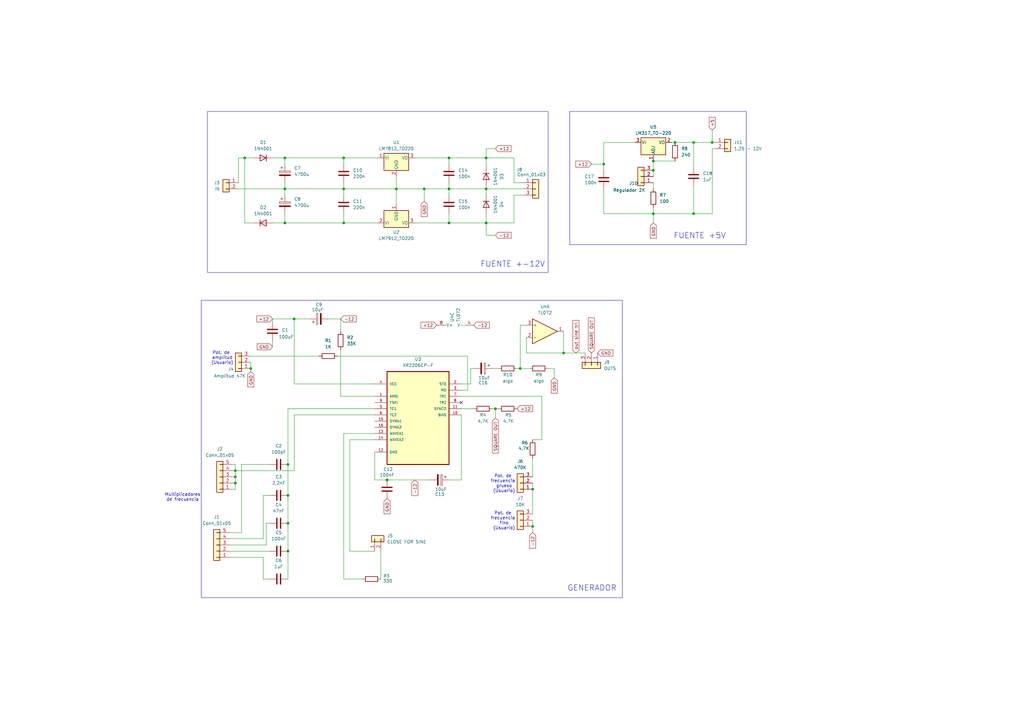
<source format=kicad_sch>
(kicad_sch
	(version 20231120)
	(generator "eeschema")
	(generator_version "8.0")
	(uuid "f7bece30-4b6f-44e2-bf5f-216d9cc0592c")
	(paper "A3")
	(lib_symbols
		(symbol "Amplifier_Operational:TL072"
			(pin_names
				(offset 0.127)
			)
			(exclude_from_sim no)
			(in_bom yes)
			(on_board yes)
			(property "Reference" "U"
				(at 0 5.08 0)
				(effects
					(font
						(size 1.27 1.27)
					)
					(justify left)
				)
			)
			(property "Value" "TL072"
				(at 0 -5.08 0)
				(effects
					(font
						(size 1.27 1.27)
					)
					(justify left)
				)
			)
			(property "Footprint" ""
				(at 0 0 0)
				(effects
					(font
						(size 1.27 1.27)
					)
					(hide yes)
				)
			)
			(property "Datasheet" "http://www.ti.com/lit/ds/symlink/tl071.pdf"
				(at 0 0 0)
				(effects
					(font
						(size 1.27 1.27)
					)
					(hide yes)
				)
			)
			(property "Description" "Dual Low-Noise JFET-Input Operational Amplifiers, DIP-8/SOIC-8"
				(at 0 0 0)
				(effects
					(font
						(size 1.27 1.27)
					)
					(hide yes)
				)
			)
			(property "ki_locked" ""
				(at 0 0 0)
				(effects
					(font
						(size 1.27 1.27)
					)
				)
			)
			(property "ki_keywords" "dual opamp"
				(at 0 0 0)
				(effects
					(font
						(size 1.27 1.27)
					)
					(hide yes)
				)
			)
			(property "ki_fp_filters" "SOIC*3.9x4.9mm*P1.27mm* DIP*W7.62mm* TO*99* OnSemi*Micro8* TSSOP*3x3mm*P0.65mm* TSSOP*4.4x3mm*P0.65mm* MSOP*3x3mm*P0.65mm* SSOP*3.9x4.9mm*P0.635mm* LFCSP*2x2mm*P0.5mm* *SIP* SOIC*5.3x6.2mm*P1.27mm*"
				(at 0 0 0)
				(effects
					(font
						(size 1.27 1.27)
					)
					(hide yes)
				)
			)
			(symbol "TL072_1_1"
				(polyline
					(pts
						(xy -5.08 5.08) (xy 5.08 0) (xy -5.08 -5.08) (xy -5.08 5.08)
					)
					(stroke
						(width 0.254)
						(type default)
					)
					(fill
						(type background)
					)
				)
				(pin output line
					(at 7.62 0 180)
					(length 2.54)
					(name "~"
						(effects
							(font
								(size 1.27 1.27)
							)
						)
					)
					(number "1"
						(effects
							(font
								(size 1.27 1.27)
							)
						)
					)
				)
				(pin input line
					(at -7.62 -2.54 0)
					(length 2.54)
					(name "-"
						(effects
							(font
								(size 1.27 1.27)
							)
						)
					)
					(number "2"
						(effects
							(font
								(size 1.27 1.27)
							)
						)
					)
				)
				(pin input line
					(at -7.62 2.54 0)
					(length 2.54)
					(name "+"
						(effects
							(font
								(size 1.27 1.27)
							)
						)
					)
					(number "3"
						(effects
							(font
								(size 1.27 1.27)
							)
						)
					)
				)
			)
			(symbol "TL072_2_1"
				(polyline
					(pts
						(xy -5.08 5.08) (xy 5.08 0) (xy -5.08 -5.08) (xy -5.08 5.08)
					)
					(stroke
						(width 0.254)
						(type default)
					)
					(fill
						(type background)
					)
				)
				(pin input line
					(at -7.62 2.54 0)
					(length 2.54)
					(name "+"
						(effects
							(font
								(size 1.27 1.27)
							)
						)
					)
					(number "5"
						(effects
							(font
								(size 1.27 1.27)
							)
						)
					)
				)
				(pin input line
					(at -7.62 -2.54 0)
					(length 2.54)
					(name "-"
						(effects
							(font
								(size 1.27 1.27)
							)
						)
					)
					(number "6"
						(effects
							(font
								(size 1.27 1.27)
							)
						)
					)
				)
				(pin output line
					(at 7.62 0 180)
					(length 2.54)
					(name "~"
						(effects
							(font
								(size 1.27 1.27)
							)
						)
					)
					(number "7"
						(effects
							(font
								(size 1.27 1.27)
							)
						)
					)
				)
			)
			(symbol "TL072_3_1"
				(pin power_in line
					(at -2.54 -7.62 90)
					(length 3.81)
					(name "V-"
						(effects
							(font
								(size 1.27 1.27)
							)
						)
					)
					(number "4"
						(effects
							(font
								(size 1.27 1.27)
							)
						)
					)
				)
				(pin power_in line
					(at -2.54 7.62 270)
					(length 3.81)
					(name "V+"
						(effects
							(font
								(size 1.27 1.27)
							)
						)
					)
					(number "8"
						(effects
							(font
								(size 1.27 1.27)
							)
						)
					)
				)
			)
		)
		(symbol "Connector_Generic:Conn_01x02"
			(pin_names
				(offset 1.016) hide)
			(exclude_from_sim no)
			(in_bom yes)
			(on_board yes)
			(property "Reference" "J"
				(at 0 2.54 0)
				(effects
					(font
						(size 1.27 1.27)
					)
				)
			)
			(property "Value" "Conn_01x02"
				(at 0 -5.08 0)
				(effects
					(font
						(size 1.27 1.27)
					)
				)
			)
			(property "Footprint" ""
				(at 0 0 0)
				(effects
					(font
						(size 1.27 1.27)
					)
					(hide yes)
				)
			)
			(property "Datasheet" "~"
				(at 0 0 0)
				(effects
					(font
						(size 1.27 1.27)
					)
					(hide yes)
				)
			)
			(property "Description" "Generic connector, single row, 01x02, script generated (kicad-library-utils/schlib/autogen/connector/)"
				(at 0 0 0)
				(effects
					(font
						(size 1.27 1.27)
					)
					(hide yes)
				)
			)
			(property "ki_keywords" "connector"
				(at 0 0 0)
				(effects
					(font
						(size 1.27 1.27)
					)
					(hide yes)
				)
			)
			(property "ki_fp_filters" "Connector*:*_1x??_*"
				(at 0 0 0)
				(effects
					(font
						(size 1.27 1.27)
					)
					(hide yes)
				)
			)
			(symbol "Conn_01x02_1_1"
				(rectangle
					(start -1.27 -2.413)
					(end 0 -2.667)
					(stroke
						(width 0.1524)
						(type default)
					)
					(fill
						(type none)
					)
				)
				(rectangle
					(start -1.27 0.127)
					(end 0 -0.127)
					(stroke
						(width 0.1524)
						(type default)
					)
					(fill
						(type none)
					)
				)
				(rectangle
					(start -1.27 1.27)
					(end 1.27 -3.81)
					(stroke
						(width 0.254)
						(type default)
					)
					(fill
						(type background)
					)
				)
				(pin passive line
					(at -5.08 0 0)
					(length 3.81)
					(name "Pin_1"
						(effects
							(font
								(size 1.27 1.27)
							)
						)
					)
					(number "1"
						(effects
							(font
								(size 1.27 1.27)
							)
						)
					)
				)
				(pin passive line
					(at -5.08 -2.54 0)
					(length 3.81)
					(name "Pin_2"
						(effects
							(font
								(size 1.27 1.27)
							)
						)
					)
					(number "2"
						(effects
							(font
								(size 1.27 1.27)
							)
						)
					)
				)
			)
		)
		(symbol "Connector_Generic:Conn_01x03"
			(pin_names
				(offset 1.016) hide)
			(exclude_from_sim no)
			(in_bom yes)
			(on_board yes)
			(property "Reference" "J"
				(at 0 5.08 0)
				(effects
					(font
						(size 1.27 1.27)
					)
				)
			)
			(property "Value" "Conn_01x03"
				(at 0 -5.08 0)
				(effects
					(font
						(size 1.27 1.27)
					)
				)
			)
			(property "Footprint" ""
				(at 0 0 0)
				(effects
					(font
						(size 1.27 1.27)
					)
					(hide yes)
				)
			)
			(property "Datasheet" "~"
				(at 0 0 0)
				(effects
					(font
						(size 1.27 1.27)
					)
					(hide yes)
				)
			)
			(property "Description" "Generic connector, single row, 01x03, script generated (kicad-library-utils/schlib/autogen/connector/)"
				(at 0 0 0)
				(effects
					(font
						(size 1.27 1.27)
					)
					(hide yes)
				)
			)
			(property "ki_keywords" "connector"
				(at 0 0 0)
				(effects
					(font
						(size 1.27 1.27)
					)
					(hide yes)
				)
			)
			(property "ki_fp_filters" "Connector*:*_1x??_*"
				(at 0 0 0)
				(effects
					(font
						(size 1.27 1.27)
					)
					(hide yes)
				)
			)
			(symbol "Conn_01x03_1_1"
				(rectangle
					(start -1.27 -2.413)
					(end 0 -2.667)
					(stroke
						(width 0.1524)
						(type default)
					)
					(fill
						(type none)
					)
				)
				(rectangle
					(start -1.27 0.127)
					(end 0 -0.127)
					(stroke
						(width 0.1524)
						(type default)
					)
					(fill
						(type none)
					)
				)
				(rectangle
					(start -1.27 2.667)
					(end 0 2.413)
					(stroke
						(width 0.1524)
						(type default)
					)
					(fill
						(type none)
					)
				)
				(rectangle
					(start -1.27 3.81)
					(end 1.27 -3.81)
					(stroke
						(width 0.254)
						(type default)
					)
					(fill
						(type background)
					)
				)
				(pin passive line
					(at -5.08 2.54 0)
					(length 3.81)
					(name "Pin_1"
						(effects
							(font
								(size 1.27 1.27)
							)
						)
					)
					(number "1"
						(effects
							(font
								(size 1.27 1.27)
							)
						)
					)
				)
				(pin passive line
					(at -5.08 0 0)
					(length 3.81)
					(name "Pin_2"
						(effects
							(font
								(size 1.27 1.27)
							)
						)
					)
					(number "2"
						(effects
							(font
								(size 1.27 1.27)
							)
						)
					)
				)
				(pin passive line
					(at -5.08 -2.54 0)
					(length 3.81)
					(name "Pin_3"
						(effects
							(font
								(size 1.27 1.27)
							)
						)
					)
					(number "3"
						(effects
							(font
								(size 1.27 1.27)
							)
						)
					)
				)
			)
		)
		(symbol "Connector_Generic:Conn_01x05"
			(pin_names
				(offset 1.016) hide)
			(exclude_from_sim no)
			(in_bom yes)
			(on_board yes)
			(property "Reference" "J"
				(at 0 7.62 0)
				(effects
					(font
						(size 1.27 1.27)
					)
				)
			)
			(property "Value" "Conn_01x05"
				(at 0 -7.62 0)
				(effects
					(font
						(size 1.27 1.27)
					)
				)
			)
			(property "Footprint" ""
				(at 0 0 0)
				(effects
					(font
						(size 1.27 1.27)
					)
					(hide yes)
				)
			)
			(property "Datasheet" "~"
				(at 0 0 0)
				(effects
					(font
						(size 1.27 1.27)
					)
					(hide yes)
				)
			)
			(property "Description" "Generic connector, single row, 01x05, script generated (kicad-library-utils/schlib/autogen/connector/)"
				(at 0 0 0)
				(effects
					(font
						(size 1.27 1.27)
					)
					(hide yes)
				)
			)
			(property "ki_keywords" "connector"
				(at 0 0 0)
				(effects
					(font
						(size 1.27 1.27)
					)
					(hide yes)
				)
			)
			(property "ki_fp_filters" "Connector*:*_1x??_*"
				(at 0 0 0)
				(effects
					(font
						(size 1.27 1.27)
					)
					(hide yes)
				)
			)
			(symbol "Conn_01x05_1_1"
				(rectangle
					(start -1.27 -4.953)
					(end 0 -5.207)
					(stroke
						(width 0.1524)
						(type default)
					)
					(fill
						(type none)
					)
				)
				(rectangle
					(start -1.27 -2.413)
					(end 0 -2.667)
					(stroke
						(width 0.1524)
						(type default)
					)
					(fill
						(type none)
					)
				)
				(rectangle
					(start -1.27 0.127)
					(end 0 -0.127)
					(stroke
						(width 0.1524)
						(type default)
					)
					(fill
						(type none)
					)
				)
				(rectangle
					(start -1.27 2.667)
					(end 0 2.413)
					(stroke
						(width 0.1524)
						(type default)
					)
					(fill
						(type none)
					)
				)
				(rectangle
					(start -1.27 5.207)
					(end 0 4.953)
					(stroke
						(width 0.1524)
						(type default)
					)
					(fill
						(type none)
					)
				)
				(rectangle
					(start -1.27 6.35)
					(end 1.27 -6.35)
					(stroke
						(width 0.254)
						(type default)
					)
					(fill
						(type background)
					)
				)
				(pin passive line
					(at -5.08 5.08 0)
					(length 3.81)
					(name "Pin_1"
						(effects
							(font
								(size 1.27 1.27)
							)
						)
					)
					(number "1"
						(effects
							(font
								(size 1.27 1.27)
							)
						)
					)
				)
				(pin passive line
					(at -5.08 2.54 0)
					(length 3.81)
					(name "Pin_2"
						(effects
							(font
								(size 1.27 1.27)
							)
						)
					)
					(number "2"
						(effects
							(font
								(size 1.27 1.27)
							)
						)
					)
				)
				(pin passive line
					(at -5.08 0 0)
					(length 3.81)
					(name "Pin_3"
						(effects
							(font
								(size 1.27 1.27)
							)
						)
					)
					(number "3"
						(effects
							(font
								(size 1.27 1.27)
							)
						)
					)
				)
				(pin passive line
					(at -5.08 -2.54 0)
					(length 3.81)
					(name "Pin_4"
						(effects
							(font
								(size 1.27 1.27)
							)
						)
					)
					(number "4"
						(effects
							(font
								(size 1.27 1.27)
							)
						)
					)
				)
				(pin passive line
					(at -5.08 -5.08 0)
					(length 3.81)
					(name "Pin_5"
						(effects
							(font
								(size 1.27 1.27)
							)
						)
					)
					(number "5"
						(effects
							(font
								(size 1.27 1.27)
							)
						)
					)
				)
			)
		)
		(symbol "Device:C"
			(pin_numbers hide)
			(pin_names
				(offset 0.254)
			)
			(exclude_from_sim no)
			(in_bom yes)
			(on_board yes)
			(property "Reference" "C"
				(at 0.635 2.54 0)
				(effects
					(font
						(size 1.27 1.27)
					)
					(justify left)
				)
			)
			(property "Value" "C"
				(at 0.635 -2.54 0)
				(effects
					(font
						(size 1.27 1.27)
					)
					(justify left)
				)
			)
			(property "Footprint" ""
				(at 0.9652 -3.81 0)
				(effects
					(font
						(size 1.27 1.27)
					)
					(hide yes)
				)
			)
			(property "Datasheet" "~"
				(at 0 0 0)
				(effects
					(font
						(size 1.27 1.27)
					)
					(hide yes)
				)
			)
			(property "Description" "Unpolarized capacitor"
				(at 0 0 0)
				(effects
					(font
						(size 1.27 1.27)
					)
					(hide yes)
				)
			)
			(property "ki_keywords" "cap capacitor"
				(at 0 0 0)
				(effects
					(font
						(size 1.27 1.27)
					)
					(hide yes)
				)
			)
			(property "ki_fp_filters" "C_*"
				(at 0 0 0)
				(effects
					(font
						(size 1.27 1.27)
					)
					(hide yes)
				)
			)
			(symbol "C_0_1"
				(polyline
					(pts
						(xy -2.032 -0.762) (xy 2.032 -0.762)
					)
					(stroke
						(width 0.508)
						(type default)
					)
					(fill
						(type none)
					)
				)
				(polyline
					(pts
						(xy -2.032 0.762) (xy 2.032 0.762)
					)
					(stroke
						(width 0.508)
						(type default)
					)
					(fill
						(type none)
					)
				)
			)
			(symbol "C_1_1"
				(pin passive line
					(at 0 3.81 270)
					(length 2.794)
					(name "~"
						(effects
							(font
								(size 1.27 1.27)
							)
						)
					)
					(number "1"
						(effects
							(font
								(size 1.27 1.27)
							)
						)
					)
				)
				(pin passive line
					(at 0 -3.81 90)
					(length 2.794)
					(name "~"
						(effects
							(font
								(size 1.27 1.27)
							)
						)
					)
					(number "2"
						(effects
							(font
								(size 1.27 1.27)
							)
						)
					)
				)
			)
		)
		(symbol "Device:C_Polarized"
			(pin_numbers hide)
			(pin_names
				(offset 0.254)
			)
			(exclude_from_sim no)
			(in_bom yes)
			(on_board yes)
			(property "Reference" "C"
				(at 0.635 2.54 0)
				(effects
					(font
						(size 1.27 1.27)
					)
					(justify left)
				)
			)
			(property "Value" "C_Polarized"
				(at 0.635 -2.54 0)
				(effects
					(font
						(size 1.27 1.27)
					)
					(justify left)
				)
			)
			(property "Footprint" ""
				(at 0.9652 -3.81 0)
				(effects
					(font
						(size 1.27 1.27)
					)
					(hide yes)
				)
			)
			(property "Datasheet" "~"
				(at 0 0 0)
				(effects
					(font
						(size 1.27 1.27)
					)
					(hide yes)
				)
			)
			(property "Description" "Polarized capacitor"
				(at 0 0 0)
				(effects
					(font
						(size 1.27 1.27)
					)
					(hide yes)
				)
			)
			(property "ki_keywords" "cap capacitor"
				(at 0 0 0)
				(effects
					(font
						(size 1.27 1.27)
					)
					(hide yes)
				)
			)
			(property "ki_fp_filters" "CP_*"
				(at 0 0 0)
				(effects
					(font
						(size 1.27 1.27)
					)
					(hide yes)
				)
			)
			(symbol "C_Polarized_0_1"
				(rectangle
					(start -2.286 0.508)
					(end 2.286 1.016)
					(stroke
						(width 0)
						(type default)
					)
					(fill
						(type none)
					)
				)
				(polyline
					(pts
						(xy -1.778 2.286) (xy -0.762 2.286)
					)
					(stroke
						(width 0)
						(type default)
					)
					(fill
						(type none)
					)
				)
				(polyline
					(pts
						(xy -1.27 2.794) (xy -1.27 1.778)
					)
					(stroke
						(width 0)
						(type default)
					)
					(fill
						(type none)
					)
				)
				(rectangle
					(start 2.286 -0.508)
					(end -2.286 -1.016)
					(stroke
						(width 0)
						(type default)
					)
					(fill
						(type outline)
					)
				)
			)
			(symbol "C_Polarized_1_1"
				(pin passive line
					(at 0 3.81 270)
					(length 2.794)
					(name "~"
						(effects
							(font
								(size 1.27 1.27)
							)
						)
					)
					(number "1"
						(effects
							(font
								(size 1.27 1.27)
							)
						)
					)
				)
				(pin passive line
					(at 0 -3.81 90)
					(length 2.794)
					(name "~"
						(effects
							(font
								(size 1.27 1.27)
							)
						)
					)
					(number "2"
						(effects
							(font
								(size 1.27 1.27)
							)
						)
					)
				)
			)
		)
		(symbol "Device:R"
			(pin_numbers hide)
			(pin_names
				(offset 0)
			)
			(exclude_from_sim no)
			(in_bom yes)
			(on_board yes)
			(property "Reference" "R"
				(at 2.032 0 90)
				(effects
					(font
						(size 1.27 1.27)
					)
				)
			)
			(property "Value" "R"
				(at 0 0 90)
				(effects
					(font
						(size 1.27 1.27)
					)
				)
			)
			(property "Footprint" ""
				(at -1.778 0 90)
				(effects
					(font
						(size 1.27 1.27)
					)
					(hide yes)
				)
			)
			(property "Datasheet" "~"
				(at 0 0 0)
				(effects
					(font
						(size 1.27 1.27)
					)
					(hide yes)
				)
			)
			(property "Description" "Resistor"
				(at 0 0 0)
				(effects
					(font
						(size 1.27 1.27)
					)
					(hide yes)
				)
			)
			(property "ki_keywords" "R res resistor"
				(at 0 0 0)
				(effects
					(font
						(size 1.27 1.27)
					)
					(hide yes)
				)
			)
			(property "ki_fp_filters" "R_*"
				(at 0 0 0)
				(effects
					(font
						(size 1.27 1.27)
					)
					(hide yes)
				)
			)
			(symbol "R_0_1"
				(rectangle
					(start -1.016 -2.54)
					(end 1.016 2.54)
					(stroke
						(width 0.254)
						(type default)
					)
					(fill
						(type none)
					)
				)
			)
			(symbol "R_1_1"
				(pin passive line
					(at 0 3.81 270)
					(length 1.27)
					(name "~"
						(effects
							(font
								(size 1.27 1.27)
							)
						)
					)
					(number "1"
						(effects
							(font
								(size 1.27 1.27)
							)
						)
					)
				)
				(pin passive line
					(at 0 -3.81 90)
					(length 1.27)
					(name "~"
						(effects
							(font
								(size 1.27 1.27)
							)
						)
					)
					(number "2"
						(effects
							(font
								(size 1.27 1.27)
							)
						)
					)
				)
			)
		)
		(symbol "Diode:1N4001"
			(pin_numbers hide)
			(pin_names hide)
			(exclude_from_sim no)
			(in_bom yes)
			(on_board yes)
			(property "Reference" "D"
				(at 0 2.54 0)
				(effects
					(font
						(size 1.27 1.27)
					)
				)
			)
			(property "Value" "1N4001"
				(at 0 -2.54 0)
				(effects
					(font
						(size 1.27 1.27)
					)
				)
			)
			(property "Footprint" "Diode_THT:D_DO-41_SOD81_P10.16mm_Horizontal"
				(at 0 0 0)
				(effects
					(font
						(size 1.27 1.27)
					)
					(hide yes)
				)
			)
			(property "Datasheet" "http://www.vishay.com/docs/88503/1n4001.pdf"
				(at 0 0 0)
				(effects
					(font
						(size 1.27 1.27)
					)
					(hide yes)
				)
			)
			(property "Description" "50V 1A General Purpose Rectifier Diode, DO-41"
				(at 0 0 0)
				(effects
					(font
						(size 1.27 1.27)
					)
					(hide yes)
				)
			)
			(property "Sim.Device" "D"
				(at 0 0 0)
				(effects
					(font
						(size 1.27 1.27)
					)
					(hide yes)
				)
			)
			(property "Sim.Pins" "1=K 2=A"
				(at 0 0 0)
				(effects
					(font
						(size 1.27 1.27)
					)
					(hide yes)
				)
			)
			(property "ki_keywords" "diode"
				(at 0 0 0)
				(effects
					(font
						(size 1.27 1.27)
					)
					(hide yes)
				)
			)
			(property "ki_fp_filters" "D*DO?41*"
				(at 0 0 0)
				(effects
					(font
						(size 1.27 1.27)
					)
					(hide yes)
				)
			)
			(symbol "1N4001_0_1"
				(polyline
					(pts
						(xy -1.27 1.27) (xy -1.27 -1.27)
					)
					(stroke
						(width 0.254)
						(type default)
					)
					(fill
						(type none)
					)
				)
				(polyline
					(pts
						(xy 1.27 0) (xy -1.27 0)
					)
					(stroke
						(width 0)
						(type default)
					)
					(fill
						(type none)
					)
				)
				(polyline
					(pts
						(xy 1.27 1.27) (xy 1.27 -1.27) (xy -1.27 0) (xy 1.27 1.27)
					)
					(stroke
						(width 0.254)
						(type default)
					)
					(fill
						(type none)
					)
				)
			)
			(symbol "1N4001_1_1"
				(pin passive line
					(at -3.81 0 0)
					(length 2.54)
					(name "K"
						(effects
							(font
								(size 1.27 1.27)
							)
						)
					)
					(number "1"
						(effects
							(font
								(size 1.27 1.27)
							)
						)
					)
				)
				(pin passive line
					(at 3.81 0 180)
					(length 2.54)
					(name "A"
						(effects
							(font
								(size 1.27 1.27)
							)
						)
					)
					(number "2"
						(effects
							(font
								(size 1.27 1.27)
							)
						)
					)
				)
			)
		)
		(symbol "Regulator_Linear:LM317_TO-220"
			(pin_names
				(offset 0.254)
			)
			(exclude_from_sim no)
			(in_bom yes)
			(on_board yes)
			(property "Reference" "U"
				(at -3.81 3.175 0)
				(effects
					(font
						(size 1.27 1.27)
					)
				)
			)
			(property "Value" "LM317_TO-220"
				(at 0 3.175 0)
				(effects
					(font
						(size 1.27 1.27)
					)
					(justify left)
				)
			)
			(property "Footprint" "Package_TO_SOT_THT:TO-220-3_Vertical"
				(at 0 6.35 0)
				(effects
					(font
						(size 1.27 1.27)
						(italic yes)
					)
					(hide yes)
				)
			)
			(property "Datasheet" "http://www.ti.com/lit/ds/symlink/lm317.pdf"
				(at 0 0 0)
				(effects
					(font
						(size 1.27 1.27)
					)
					(hide yes)
				)
			)
			(property "Description" "1.5A 35V Adjustable Linear Regulator, TO-220"
				(at 0 0 0)
				(effects
					(font
						(size 1.27 1.27)
					)
					(hide yes)
				)
			)
			(property "ki_keywords" "Adjustable Voltage Regulator 1A Positive"
				(at 0 0 0)
				(effects
					(font
						(size 1.27 1.27)
					)
					(hide yes)
				)
			)
			(property "ki_fp_filters" "TO?220*"
				(at 0 0 0)
				(effects
					(font
						(size 1.27 1.27)
					)
					(hide yes)
				)
			)
			(symbol "LM317_TO-220_0_1"
				(rectangle
					(start -5.08 1.905)
					(end 5.08 -5.08)
					(stroke
						(width 0.254)
						(type default)
					)
					(fill
						(type background)
					)
				)
			)
			(symbol "LM317_TO-220_1_1"
				(pin input line
					(at 0 -7.62 90)
					(length 2.54)
					(name "ADJ"
						(effects
							(font
								(size 1.27 1.27)
							)
						)
					)
					(number "1"
						(effects
							(font
								(size 1.27 1.27)
							)
						)
					)
				)
				(pin power_out line
					(at 7.62 0 180)
					(length 2.54)
					(name "VO"
						(effects
							(font
								(size 1.27 1.27)
							)
						)
					)
					(number "2"
						(effects
							(font
								(size 1.27 1.27)
							)
						)
					)
				)
				(pin power_in line
					(at -7.62 0 0)
					(length 2.54)
					(name "VI"
						(effects
							(font
								(size 1.27 1.27)
							)
						)
					)
					(number "3"
						(effects
							(font
								(size 1.27 1.27)
							)
						)
					)
				)
			)
		)
		(symbol "Regulator_Linear:LM7812_TO220"
			(pin_names
				(offset 0.254)
			)
			(exclude_from_sim no)
			(in_bom yes)
			(on_board yes)
			(property "Reference" "U"
				(at -3.81 3.175 0)
				(effects
					(font
						(size 1.27 1.27)
					)
				)
			)
			(property "Value" "LM7812_TO220"
				(at 0 3.175 0)
				(effects
					(font
						(size 1.27 1.27)
					)
					(justify left)
				)
			)
			(property "Footprint" "Package_TO_SOT_THT:TO-220-3_Vertical"
				(at 0 5.715 0)
				(effects
					(font
						(size 1.27 1.27)
						(italic yes)
					)
					(hide yes)
				)
			)
			(property "Datasheet" "https://www.onsemi.cn/PowerSolutions/document/MC7800-D.PDF"
				(at 0 -1.27 0)
				(effects
					(font
						(size 1.27 1.27)
					)
					(hide yes)
				)
			)
			(property "Description" "Positive 1A 35V Linear Regulator, Fixed Output 12V, TO-220"
				(at 0 0 0)
				(effects
					(font
						(size 1.27 1.27)
					)
					(hide yes)
				)
			)
			(property "ki_keywords" "Voltage Regulator 1A Positive"
				(at 0 0 0)
				(effects
					(font
						(size 1.27 1.27)
					)
					(hide yes)
				)
			)
			(property "ki_fp_filters" "TO?220*"
				(at 0 0 0)
				(effects
					(font
						(size 1.27 1.27)
					)
					(hide yes)
				)
			)
			(symbol "LM7812_TO220_0_1"
				(rectangle
					(start -5.08 1.905)
					(end 5.08 -5.08)
					(stroke
						(width 0.254)
						(type default)
					)
					(fill
						(type background)
					)
				)
			)
			(symbol "LM7812_TO220_1_1"
				(pin power_in line
					(at -7.62 0 0)
					(length 2.54)
					(name "VI"
						(effects
							(font
								(size 1.27 1.27)
							)
						)
					)
					(number "1"
						(effects
							(font
								(size 1.27 1.27)
							)
						)
					)
				)
				(pin power_in line
					(at 0 -7.62 90)
					(length 2.54)
					(name "GND"
						(effects
							(font
								(size 1.27 1.27)
							)
						)
					)
					(number "2"
						(effects
							(font
								(size 1.27 1.27)
							)
						)
					)
				)
				(pin power_out line
					(at 7.62 0 180)
					(length 2.54)
					(name "VO"
						(effects
							(font
								(size 1.27 1.27)
							)
						)
					)
					(number "3"
						(effects
							(font
								(size 1.27 1.27)
							)
						)
					)
				)
			)
		)
		(symbol "Regulator_Linear:LM7912_TO220"
			(pin_names
				(offset 0.254)
			)
			(exclude_from_sim no)
			(in_bom yes)
			(on_board yes)
			(property "Reference" "U"
				(at -3.81 -3.175 0)
				(effects
					(font
						(size 1.27 1.27)
					)
				)
			)
			(property "Value" "LM7912_TO220"
				(at 0 -3.175 0)
				(effects
					(font
						(size 1.27 1.27)
					)
					(justify left)
				)
			)
			(property "Footprint" "Package_TO_SOT_THT:TO-220-3_Vertical"
				(at 0 -5.08 0)
				(effects
					(font
						(size 1.27 1.27)
						(italic yes)
					)
					(hide yes)
				)
			)
			(property "Datasheet" "hhttps://www.onsemi.com/pub/Collateral/MC7900-D.PDF"
				(at 0 0 0)
				(effects
					(font
						(size 1.27 1.27)
					)
					(hide yes)
				)
			)
			(property "Description" "Negative 1A 35V Linear Regulator, Fixed Output 12V, TO-220"
				(at 0 0 0)
				(effects
					(font
						(size 1.27 1.27)
					)
					(hide yes)
				)
			)
			(property "ki_keywords" "Voltage Regulator 1A Negative"
				(at 0 0 0)
				(effects
					(font
						(size 1.27 1.27)
					)
					(hide yes)
				)
			)
			(property "ki_fp_filters" "TO?220*"
				(at 0 0 0)
				(effects
					(font
						(size 1.27 1.27)
					)
					(hide yes)
				)
			)
			(symbol "LM7912_TO220_0_1"
				(rectangle
					(start -5.08 5.08)
					(end 5.08 -1.905)
					(stroke
						(width 0.254)
						(type default)
					)
					(fill
						(type background)
					)
				)
			)
			(symbol "LM7912_TO220_1_1"
				(pin power_in line
					(at 0 7.62 270)
					(length 2.54)
					(name "GND"
						(effects
							(font
								(size 1.27 1.27)
							)
						)
					)
					(number "1"
						(effects
							(font
								(size 1.27 1.27)
							)
						)
					)
				)
				(pin power_in line
					(at -7.62 0 0)
					(length 2.54)
					(name "VI"
						(effects
							(font
								(size 1.27 1.27)
							)
						)
					)
					(number "2"
						(effects
							(font
								(size 1.27 1.27)
							)
						)
					)
				)
				(pin power_out line
					(at 7.62 0 180)
					(length 2.54)
					(name "VO"
						(effects
							(font
								(size 1.27 1.27)
							)
						)
					)
					(number "3"
						(effects
							(font
								(size 1.27 1.27)
							)
						)
					)
				)
			)
		)
		(symbol "XR2206:XR2206CP-F"
			(pin_names
				(offset 1.016)
			)
			(exclude_from_sim no)
			(in_bom yes)
			(on_board yes)
			(property "Reference" "U"
				(at -5.468 18.0825 0)
				(effects
					(font
						(size 1.27 1.27)
					)
					(justify left bottom)
				)
			)
			(property "Value" "XR2206CP-F"
				(at -5.1903 -27.2744 0)
				(effects
					(font
						(size 1.27 1.27)
					)
					(justify left bottom)
				)
			)
			(property "Footprint" "XR2206CP-F:DIP254P762X533-16"
				(at 0 0 0)
				(effects
					(font
						(size 1.27 1.27)
					)
					(justify bottom)
					(hide yes)
				)
			)
			(property "Datasheet" ""
				(at 0 0 0)
				(effects
					(font
						(size 1.27 1.27)
					)
					(hide yes)
				)
			)
			(property "Description" ""
				(at 0 0 0)
				(effects
					(font
						(size 1.27 1.27)
					)
					(hide yes)
				)
			)
			(property "MF" "Exar"
				(at 0 0 0)
				(effects
					(font
						(size 1.27 1.27)
					)
					(justify bottom)
					(hide yes)
				)
			)
			(property "Description_1" "\nFunction Generator 16-Pin PDIP\n"
				(at 0 0 0)
				(effects
					(font
						(size 1.27 1.27)
					)
					(justify bottom)
					(hide yes)
				)
			)
			(property "PACKAGE" "PDIP-16"
				(at 0 0 0)
				(effects
					(font
						(size 1.27 1.27)
					)
					(justify bottom)
					(hide yes)
				)
			)
			(property "MPN" "XR2206CP-F"
				(at 0 0 0)
				(effects
					(font
						(size 1.27 1.27)
					)
					(justify bottom)
					(hide yes)
				)
			)
			(property "Price" "None"
				(at 0 0 0)
				(effects
					(font
						(size 1.27 1.27)
					)
					(justify bottom)
					(hide yes)
				)
			)
			(property "Package" "None"
				(at 0 0 0)
				(effects
					(font
						(size 1.27 1.27)
					)
					(justify bottom)
					(hide yes)
				)
			)
			(property "OC_FARNELL" "1798670"
				(at 0 0 0)
				(effects
					(font
						(size 1.27 1.27)
					)
					(justify bottom)
					(hide yes)
				)
			)
			(property "SnapEDA_Link" "https://www.snapeda.com/parts/XR2206CP-F/Exar/view-part/?ref=snap"
				(at 0 0 0)
				(effects
					(font
						(size 1.27 1.27)
					)
					(justify bottom)
					(hide yes)
				)
			)
			(property "MP" "XR2206CP-F"
				(at 0 0 0)
				(effects
					(font
						(size 1.27 1.27)
					)
					(justify bottom)
					(hide yes)
				)
			)
			(property "SUPPLIER" "EXAR"
				(at 0 0 0)
				(effects
					(font
						(size 1.27 1.27)
					)
					(justify bottom)
					(hide yes)
				)
			)
			(property "OC_NEWARK" "24R2365"
				(at 0 0 0)
				(effects
					(font
						(size 1.27 1.27)
					)
					(justify bottom)
					(hide yes)
				)
			)
			(property "Availability" "In Stock"
				(at 0 0 0)
				(effects
					(font
						(size 1.27 1.27)
					)
					(justify bottom)
					(hide yes)
				)
			)
			(property "Check_prices" "https://www.snapeda.com/parts/XR2206CP-F/Exar/view-part/?ref=eda"
				(at 0 0 0)
				(effects
					(font
						(size 1.27 1.27)
					)
					(justify bottom)
					(hide yes)
				)
			)
			(symbol "XR2206CP-F_0_0"
				(rectangle
					(start -12.7 -22.86)
					(end 12.7 15.24)
					(stroke
						(width 0.4064)
						(type default)
					)
					(fill
						(type background)
					)
				)
				(pin input line
					(at -17.78 5.08 0)
					(length 5.08)
					(name "AMSI"
						(effects
							(font
								(size 1.016 1.016)
							)
						)
					)
					(number "1"
						(effects
							(font
								(size 1.016 1.016)
							)
						)
					)
				)
				(pin output line
					(at 17.78 -2.54 180)
					(length 5.08)
					(name "BIAS"
						(effects
							(font
								(size 1.016 1.016)
							)
						)
					)
					(number "10"
						(effects
							(font
								(size 1.016 1.016)
							)
						)
					)
				)
				(pin output line
					(at 17.78 0 180)
					(length 5.08)
					(name "SYNCO"
						(effects
							(font
								(size 1.016 1.016)
							)
						)
					)
					(number "11"
						(effects
							(font
								(size 1.016 1.016)
							)
						)
					)
				)
				(pin passive line
					(at -17.78 -17.78 0)
					(length 5.08)
					(name "GND"
						(effects
							(font
								(size 1.016 1.016)
							)
						)
					)
					(number "12"
						(effects
							(font
								(size 1.016 1.016)
							)
						)
					)
				)
				(pin input line
					(at -17.78 -10.16 0)
					(length 5.08)
					(name "WAVEA1"
						(effects
							(font
								(size 1.016 1.016)
							)
						)
					)
					(number "13"
						(effects
							(font
								(size 1.016 1.016)
							)
						)
					)
				)
				(pin input line
					(at -17.78 -12.7 0)
					(length 5.08)
					(name "WAVEA2"
						(effects
							(font
								(size 1.016 1.016)
							)
						)
					)
					(number "14"
						(effects
							(font
								(size 1.016 1.016)
							)
						)
					)
				)
				(pin input line
					(at -17.78 -5.08 0)
					(length 5.08)
					(name "SYMA1"
						(effects
							(font
								(size 1.016 1.016)
							)
						)
					)
					(number "15"
						(effects
							(font
								(size 1.016 1.016)
							)
						)
					)
				)
				(pin input line
					(at -17.78 -7.62 0)
					(length 5.08)
					(name "SYMA2"
						(effects
							(font
								(size 1.016 1.016)
							)
						)
					)
					(number "16"
						(effects
							(font
								(size 1.016 1.016)
							)
						)
					)
				)
				(pin output line
					(at 17.78 10.16 180)
					(length 5.08)
					(name "STO"
						(effects
							(font
								(size 1.016 1.016)
							)
						)
					)
					(number "2"
						(effects
							(font
								(size 1.016 1.016)
							)
						)
					)
				)
				(pin output line
					(at 17.78 7.62 180)
					(length 5.08)
					(name "MO"
						(effects
							(font
								(size 1.016 1.016)
							)
						)
					)
					(number "3"
						(effects
							(font
								(size 1.016 1.016)
							)
						)
					)
				)
				(pin power_in line
					(at -17.78 10.16 0)
					(length 5.08)
					(name "VCC"
						(effects
							(font
								(size 1.016 1.016)
							)
						)
					)
					(number "4"
						(effects
							(font
								(size 1.016 1.016)
							)
						)
					)
				)
				(pin input line
					(at -17.78 0 0)
					(length 5.08)
					(name "TC1"
						(effects
							(font
								(size 1.016 1.016)
							)
						)
					)
					(number "5"
						(effects
							(font
								(size 1.016 1.016)
							)
						)
					)
				)
				(pin input line
					(at -17.78 -2.54 0)
					(length 5.08)
					(name "TC2"
						(effects
							(font
								(size 1.016 1.016)
							)
						)
					)
					(number "6"
						(effects
							(font
								(size 1.016 1.016)
							)
						)
					)
				)
				(pin output line
					(at 17.78 5.08 180)
					(length 5.08)
					(name "TR1"
						(effects
							(font
								(size 1.016 1.016)
							)
						)
					)
					(number "7"
						(effects
							(font
								(size 1.016 1.016)
							)
						)
					)
				)
				(pin output line
					(at 17.78 2.54 180)
					(length 5.08)
					(name "TR2"
						(effects
							(font
								(size 1.016 1.016)
							)
						)
					)
					(number "8"
						(effects
							(font
								(size 1.016 1.016)
							)
						)
					)
				)
				(pin input line
					(at -17.78 2.54 0)
					(length 5.08)
					(name "FSKI"
						(effects
							(font
								(size 1.016 1.016)
							)
						)
					)
					(number "9"
						(effects
							(font
								(size 1.016 1.016)
							)
						)
					)
				)
			)
		)
	)
	(junction
		(at 284.48 58.42)
		(diameter 0)
		(color 0 0 0 0)
		(uuid "099e0a0e-bc60-4faf-9e2b-b4210fd78114")
	)
	(junction
		(at 218.44 215.9)
		(diameter 0)
		(color 0 0 0 0)
		(uuid "1004be12-2138-41f5-934b-b866959cfbb5")
	)
	(junction
		(at 184.15 77.47)
		(diameter 0)
		(color 0 0 0 0)
		(uuid "17940bf4-0ca2-4c2f-8e35-70ca9ccd2932")
	)
	(junction
		(at 184.15 91.44)
		(diameter 0)
		(color 0 0 0 0)
		(uuid "19b832e5-efcb-4e01-b13c-25d3505a25dd")
	)
	(junction
		(at 184.15 64.77)
		(diameter 0)
		(color 0 0 0 0)
		(uuid "1df815cb-c6dd-4d1d-b31f-0fce9b1ec8a1")
	)
	(junction
		(at 199.39 91.44)
		(diameter 0)
		(color 0 0 0 0)
		(uuid "34dfe14b-3532-4500-85fa-5402f34a15db")
	)
	(junction
		(at 199.39 77.47)
		(diameter 0)
		(color 0 0 0 0)
		(uuid "3747b253-d144-4266-9c10-a89ce6d1ca63")
	)
	(junction
		(at 118.11 203.2)
		(diameter 0)
		(color 0 0 0 0)
		(uuid "423e06f5-f3d5-417c-ad29-fb2531339c60")
	)
	(junction
		(at 96.52 198.12)
		(diameter 0)
		(color 0 0 0 0)
		(uuid "46e606a4-09a6-4f2a-a27b-daa8ee2a771d")
	)
	(junction
		(at 116.84 91.44)
		(diameter 0)
		(color 0 0 0 0)
		(uuid "473829b9-45ef-4685-be13-d46ab7eb543d")
	)
	(junction
		(at 213.36 151.13)
		(diameter 0)
		(color 0 0 0 0)
		(uuid "4cd397dc-18b0-47ff-a5cf-377e4eaef64f")
	)
	(junction
		(at 96.52 193.04)
		(diameter 0)
		(color 0 0 0 0)
		(uuid "5521093e-f515-40ce-8d3d-15b35a689b73")
	)
	(junction
		(at 158.75 196.85)
		(diameter 0)
		(color 0 0 0 0)
		(uuid "5cbe66ec-b30e-4cdc-bc63-614a340fdff0")
	)
	(junction
		(at 100.33 64.77)
		(diameter 0)
		(color 0 0 0 0)
		(uuid "5e81b369-9366-43ab-9fa4-7ad8a78fd9ee")
	)
	(junction
		(at 276.86 58.42)
		(diameter 0)
		(color 0 0 0 0)
		(uuid "674bba3b-bbe2-46c8-a333-c4f996f18061")
	)
	(junction
		(at 247.65 67.31)
		(diameter 0)
		(color 0 0 0 0)
		(uuid "7171ba66-a897-4851-b95c-d82965dd08ea")
	)
	(junction
		(at 292.1 58.42)
		(diameter 0)
		(color 0 0 0 0)
		(uuid "7735bbd0-5532-4450-b808-c877a97ea127")
	)
	(junction
		(at 116.84 77.47)
		(diameter 0)
		(color 0 0 0 0)
		(uuid "7f6ee3b5-077e-4bef-904a-cdfefb96ec19")
	)
	(junction
		(at 267.97 66.04)
		(diameter 0)
		(color 0 0 0 0)
		(uuid "80afd5a8-5f31-4b57-b2ea-97b3cedaa8ae")
	)
	(junction
		(at 284.48 87.63)
		(diameter 0)
		(color 0 0 0 0)
		(uuid "80c275da-6cf9-46ba-a228-3fe03a07a713")
	)
	(junction
		(at 199.39 64.77)
		(diameter 0)
		(color 0 0 0 0)
		(uuid "841fa63c-55ee-46ca-a591-a242f789f3be")
	)
	(junction
		(at 162.56 77.47)
		(diameter 0)
		(color 0 0 0 0)
		(uuid "a90071e1-e52a-42a0-b25c-2ca49ca09452")
	)
	(junction
		(at 118.11 226.06)
		(diameter 0)
		(color 0 0 0 0)
		(uuid "a9864832-f16b-4f07-bcd7-49ea75ac891b")
	)
	(junction
		(at 116.84 64.77)
		(diameter 0)
		(color 0 0 0 0)
		(uuid "adf5f9e9-b04a-4026-ba91-6d7efbbfb96b")
	)
	(junction
		(at 140.97 64.77)
		(diameter 0)
		(color 0 0 0 0)
		(uuid "b70c9bd7-4b0b-4af9-aa3e-ad840803d921")
	)
	(junction
		(at 102.87 151.13)
		(diameter 0)
		(color 0 0 0 0)
		(uuid "c26619fb-957b-4f67-8add-a607c75a9e6e")
	)
	(junction
		(at 96.52 195.58)
		(diameter 0)
		(color 0 0 0 0)
		(uuid "c3e45aa6-2a13-42ae-a018-1c5608752b5c")
	)
	(junction
		(at 120.65 130.81)
		(diameter 0)
		(color 0 0 0 0)
		(uuid "ce73a793-083a-4d6d-bfbd-9dfd22f76804")
	)
	(junction
		(at 173.99 77.47)
		(diameter 0)
		(color 0 0 0 0)
		(uuid "d1848617-bc86-4621-b7dc-5ea5541eb239")
	)
	(junction
		(at 118.11 214.63)
		(diameter 0)
		(color 0 0 0 0)
		(uuid "d274ad34-242d-4cd2-83e0-34c2318b3492")
	)
	(junction
		(at 140.97 91.44)
		(diameter 0)
		(color 0 0 0 0)
		(uuid "d9899096-7c58-459b-b579-9f93b4367cc1")
	)
	(junction
		(at 203.2 167.64)
		(diameter 0)
		(color 0 0 0 0)
		(uuid "e45bf137-1df9-4fa7-8217-c19ace8a7c20")
	)
	(junction
		(at 140.97 77.47)
		(diameter 0)
		(color 0 0 0 0)
		(uuid "e562c59b-d58e-4bc5-a2a4-e404df7db9ec")
	)
	(junction
		(at 267.97 69.85)
		(diameter 0)
		(color 0 0 0 0)
		(uuid "e90f515d-e8b0-4356-af2c-c0d27ba21097")
	)
	(junction
		(at 231.14 144.78)
		(diameter 0)
		(color 0 0 0 0)
		(uuid "f3b5cc87-ed1d-4ae7-997f-a5c7ad577ece")
	)
	(junction
		(at 118.11 190.5)
		(diameter 0)
		(color 0 0 0 0)
		(uuid "f411a580-3d44-4765-98f5-20a3b77f290f")
	)
	(junction
		(at 267.97 87.63)
		(diameter 0)
		(color 0 0 0 0)
		(uuid "f9a0b82b-7328-452b-b402-243020ab1519")
	)
	(junction
		(at 218.44 200.66)
		(diameter 0)
		(color 0 0 0 0)
		(uuid "fa0700d0-e407-4f2a-8c86-7b017de51c35")
	)
	(no_connect
		(at 189.23 165.1)
		(uuid "43628cc6-6ae9-4b44-b730-37ed858d4822")
	)
	(wire
		(pts
			(xy 93.98 223.52) (xy 109.22 223.52)
		)
		(stroke
			(width 0)
			(type default)
		)
		(uuid "0142795e-bf57-44aa-b5f9-c71ac601e331")
	)
	(wire
		(pts
			(xy 109.22 223.52) (xy 109.22 214.63)
		)
		(stroke
			(width 0)
			(type default)
		)
		(uuid "016b0e55-bc34-497e-8985-0693855c4501")
	)
	(wire
		(pts
			(xy 203.2 171.45) (xy 203.2 167.64)
		)
		(stroke
			(width 0)
			(type default)
		)
		(uuid "01d9ff5e-35f2-4149-a158-2a0c8fdc79fd")
	)
	(wire
		(pts
			(xy 116.84 91.44) (xy 116.84 87.63)
		)
		(stroke
			(width 0)
			(type default)
		)
		(uuid "01e742c1-080f-4845-a312-934fd6d71281")
	)
	(wire
		(pts
			(xy 242.57 67.31) (xy 247.65 67.31)
		)
		(stroke
			(width 0)
			(type default)
		)
		(uuid "06e17821-4500-4022-9ddb-a2955f505da5")
	)
	(wire
		(pts
			(xy 213.36 133.35) (xy 213.36 151.13)
		)
		(stroke
			(width 0)
			(type default)
		)
		(uuid "0c08d118-ddfe-455e-ba4c-1b91d9e577ff")
	)
	(wire
		(pts
			(xy 247.65 87.63) (xy 267.97 87.63)
		)
		(stroke
			(width 0)
			(type default)
		)
		(uuid "0d96e94b-b452-4229-8445-e4312175d176")
	)
	(wire
		(pts
			(xy 292.1 58.42) (xy 293.37 58.42)
		)
		(stroke
			(width 0)
			(type default)
		)
		(uuid "0f8eb1d4-0417-4c9c-840c-af8744f35561")
	)
	(wire
		(pts
			(xy 116.84 91.44) (xy 140.97 91.44)
		)
		(stroke
			(width 0)
			(type default)
		)
		(uuid "1641ef4e-f206-427a-bcfe-99713343d57a")
	)
	(wire
		(pts
			(xy 134.62 130.81) (xy 139.7 130.81)
		)
		(stroke
			(width 0)
			(type default)
		)
		(uuid "171e2824-0f44-4b6d-8478-b518b5dc59e0")
	)
	(wire
		(pts
			(xy 173.99 77.47) (xy 173.99 82.55)
		)
		(stroke
			(width 0)
			(type default)
		)
		(uuid "1792162a-f3b1-4a2e-8a8c-ae2c73f3e996")
	)
	(wire
		(pts
			(xy 139.7 143.51) (xy 139.7 162.56)
		)
		(stroke
			(width 0)
			(type default)
		)
		(uuid "18c6298d-6766-491f-bcab-633e87131a6a")
	)
	(wire
		(pts
			(xy 116.84 64.77) (xy 140.97 64.77)
		)
		(stroke
			(width 0)
			(type default)
		)
		(uuid "1f1866d2-1136-49cc-be83-9e5e7bf07a7b")
	)
	(wire
		(pts
			(xy 111.76 130.81) (xy 120.65 130.81)
		)
		(stroke
			(width 0)
			(type default)
		)
		(uuid "20c63a21-fdf0-42c1-838b-ae4c5fbada38")
	)
	(wire
		(pts
			(xy 104.14 91.44) (xy 100.33 91.44)
		)
		(stroke
			(width 0)
			(type default)
		)
		(uuid "22a9ab8e-7d44-4cd4-80de-2ab94bd10f87")
	)
	(wire
		(pts
			(xy 267.97 66.04) (xy 267.97 69.85)
		)
		(stroke
			(width 0)
			(type default)
		)
		(uuid "277b7db0-a311-4fa0-8294-9aa1f07b40e5")
	)
	(wire
		(pts
			(xy 162.56 77.47) (xy 173.99 77.47)
		)
		(stroke
			(width 0)
			(type default)
		)
		(uuid "28108d41-b6d0-4c3f-b16a-66368c49c8f5")
	)
	(wire
		(pts
			(xy 275.59 58.42) (xy 276.86 58.42)
		)
		(stroke
			(width 0)
			(type default)
		)
		(uuid "28b315d4-1ca4-4dda-b892-a55f9d934ac5")
	)
	(wire
		(pts
			(xy 247.65 67.31) (xy 247.65 69.85)
		)
		(stroke
			(width 0)
			(type default)
		)
		(uuid "29074b6b-c739-4f88-8349-f9836e0eb60b")
	)
	(wire
		(pts
			(xy 191.77 160.02) (xy 189.23 160.02)
		)
		(stroke
			(width 0)
			(type default)
		)
		(uuid "29af2955-c970-4160-a023-81ce6d42e74c")
	)
	(wire
		(pts
			(xy 199.39 60.96) (xy 203.2 60.96)
		)
		(stroke
			(width 0)
			(type default)
		)
		(uuid "29d1b48d-55c3-425d-abd5-2389878b1301")
	)
	(wire
		(pts
			(xy 224.79 151.13) (xy 227.33 151.13)
		)
		(stroke
			(width 0)
			(type default)
		)
		(uuid "2aeec109-c06d-4aa8-becc-5cad68c6e280")
	)
	(wire
		(pts
			(xy 247.65 77.47) (xy 247.65 87.63)
		)
		(stroke
			(width 0)
			(type default)
		)
		(uuid "2b4cfa5b-98e2-40c5-8feb-3b14a43eba81")
	)
	(wire
		(pts
			(xy 247.65 58.42) (xy 247.65 67.31)
		)
		(stroke
			(width 0)
			(type default)
		)
		(uuid "2ba38c63-8346-4e48-8ff9-a4d3627efa31")
	)
	(wire
		(pts
			(xy 210.82 80.01) (xy 214.63 80.01)
		)
		(stroke
			(width 0)
			(type default)
		)
		(uuid "304954dd-09ee-4a01-b9a7-a5633edbb3b8")
	)
	(wire
		(pts
			(xy 120.65 130.81) (xy 127 130.81)
		)
		(stroke
			(width 0)
			(type default)
		)
		(uuid "30b24913-e1f3-4298-8fdf-8d79b288d0a4")
	)
	(wire
		(pts
			(xy 156.21 226.06) (xy 156.21 237.49)
		)
		(stroke
			(width 0)
			(type default)
		)
		(uuid "30dbeccf-c935-4237-8010-024086644f01")
	)
	(wire
		(pts
			(xy 162.56 77.47) (xy 162.56 83.82)
		)
		(stroke
			(width 0)
			(type default)
		)
		(uuid "3283fbbf-6b6e-46d3-9894-7c91c0229c72")
	)
	(wire
		(pts
			(xy 231.14 135.89) (xy 231.14 144.78)
		)
		(stroke
			(width 0)
			(type default)
		)
		(uuid "34993db4-2d8b-42fc-9d20-fd54a7b849bb")
	)
	(wire
		(pts
			(xy 184.15 74.93) (xy 184.15 77.47)
		)
		(stroke
			(width 0)
			(type default)
		)
		(uuid "37da9c7f-10d0-4560-b785-90cd5d35f3bf")
	)
	(wire
		(pts
			(xy 95.25 195.58) (xy 96.52 195.58)
		)
		(stroke
			(width 0)
			(type default)
		)
		(uuid "395f75e7-49cb-470c-b867-57478023f071")
	)
	(wire
		(pts
			(xy 227.33 151.13) (xy 227.33 154.94)
		)
		(stroke
			(width 0)
			(type default)
		)
		(uuid "39c81eb8-a70f-4609-90ad-8970fc6c07bc")
	)
	(wire
		(pts
			(xy 116.84 67.31) (xy 116.84 64.77)
		)
		(stroke
			(width 0)
			(type default)
		)
		(uuid "3c0216ad-9607-40fd-924f-38aeeb9c66d7")
	)
	(wire
		(pts
			(xy 153.67 177.8) (xy 140.97 177.8)
		)
		(stroke
			(width 0)
			(type default)
		)
		(uuid "3c3fc3d2-96b6-4317-bed5-006f2e817a6e")
	)
	(wire
		(pts
			(xy 140.97 64.77) (xy 154.94 64.77)
		)
		(stroke
			(width 0)
			(type default)
		)
		(uuid "3cc054bd-17dc-4e1d-86fd-b6e97f44a32a")
	)
	(wire
		(pts
			(xy 153.67 196.85) (xy 158.75 196.85)
		)
		(stroke
			(width 0)
			(type default)
		)
		(uuid "3f9e6cbc-123b-4c2e-a1bf-f91548e6b4d0")
	)
	(wire
		(pts
			(xy 109.22 214.63) (xy 110.49 214.63)
		)
		(stroke
			(width 0)
			(type default)
		)
		(uuid "3fe8e3dd-5ee7-4b4f-b2bf-02f025118f23")
	)
	(wire
		(pts
			(xy 218.44 200.66) (xy 218.44 210.82)
		)
		(stroke
			(width 0)
			(type default)
		)
		(uuid "408f8a24-5656-45d5-b2c4-2d0d101020df")
	)
	(wire
		(pts
			(xy 284.48 87.63) (xy 292.1 87.63)
		)
		(stroke
			(width 0)
			(type default)
		)
		(uuid "41ab03e0-8fc7-4d96-8a79-810e73ba7ae8")
	)
	(wire
		(pts
			(xy 99.06 218.44) (xy 93.98 218.44)
		)
		(stroke
			(width 0)
			(type default)
		)
		(uuid "4457675b-eff4-45e1-9e34-c6cb3acf324f")
	)
	(wire
		(pts
			(xy 267.97 85.09) (xy 267.97 87.63)
		)
		(stroke
			(width 0)
			(type default)
		)
		(uuid "446c2e0d-807b-4fff-8769-5333b9663c1b")
	)
	(wire
		(pts
			(xy 199.39 77.47) (xy 214.63 77.47)
		)
		(stroke
			(width 0)
			(type default)
		)
		(uuid "451011c1-f486-4e38-8cf8-fef4f1ad1d9c")
	)
	(wire
		(pts
			(xy 96.52 193.04) (xy 120.65 193.04)
		)
		(stroke
			(width 0)
			(type default)
		)
		(uuid "4581de5b-c191-494f-b03d-bb4d49ae48d8")
	)
	(wire
		(pts
			(xy 116.84 77.47) (xy 140.97 77.47)
		)
		(stroke
			(width 0)
			(type default)
		)
		(uuid "46934868-e9ea-4d7f-9725-19c69eddb635")
	)
	(wire
		(pts
			(xy 189.23 157.48) (xy 193.04 157.48)
		)
		(stroke
			(width 0)
			(type default)
		)
		(uuid "4997c70e-9df6-4bdc-8870-d63d4c1b5630")
	)
	(wire
		(pts
			(xy 96.52 190.5) (xy 95.25 190.5)
		)
		(stroke
			(width 0)
			(type default)
		)
		(uuid "4cadfe75-357e-4b47-8733-13b43a6bb030")
	)
	(wire
		(pts
			(xy 184.15 91.44) (xy 184.15 87.63)
		)
		(stroke
			(width 0)
			(type default)
		)
		(uuid "50f46ce5-57d5-4a01-b112-499501a387c2")
	)
	(wire
		(pts
			(xy 184.15 67.31) (xy 184.15 64.77)
		)
		(stroke
			(width 0)
			(type default)
		)
		(uuid "511a02d7-f810-47e1-b5fb-576e842a26de")
	)
	(wire
		(pts
			(xy 111.76 91.44) (xy 116.84 91.44)
		)
		(stroke
			(width 0)
			(type default)
		)
		(uuid "5192d279-12cd-4794-8906-aa68cd552dde")
	)
	(wire
		(pts
			(xy 267.97 69.85) (xy 267.97 72.39)
		)
		(stroke
			(width 0)
			(type default)
		)
		(uuid "549f323f-f2e0-4210-91eb-387267cf5f02")
	)
	(wire
		(pts
			(xy 267.97 87.63) (xy 284.48 87.63)
		)
		(stroke
			(width 0)
			(type default)
		)
		(uuid "552d0487-e35e-4f66-a476-f4cc060dc962")
	)
	(wire
		(pts
			(xy 99.06 190.5) (xy 110.49 190.5)
		)
		(stroke
			(width 0)
			(type default)
		)
		(uuid "55b71a20-3491-4ce7-86c1-0dfda2bc591f")
	)
	(wire
		(pts
			(xy 116.84 77.47) (xy 116.84 80.01)
		)
		(stroke
			(width 0)
			(type default)
		)
		(uuid "56509cef-9dfb-49ff-9963-051707b3e57b")
	)
	(wire
		(pts
			(xy 215.9 138.43) (xy 215.9 144.78)
		)
		(stroke
			(width 0)
			(type default)
		)
		(uuid "5a229321-62dc-45b6-94ad-e4eb282125d9")
	)
	(wire
		(pts
			(xy 140.97 77.47) (xy 140.97 80.01)
		)
		(stroke
			(width 0)
			(type default)
		)
		(uuid "5a785d2e-ed38-4e49-ab13-8f0b69e04185")
	)
	(wire
		(pts
			(xy 201.93 151.13) (xy 204.47 151.13)
		)
		(stroke
			(width 0)
			(type default)
		)
		(uuid "5be622fc-807b-46c0-a426-ffebedeae332")
	)
	(wire
		(pts
			(xy 153.67 185.42) (xy 153.67 196.85)
		)
		(stroke
			(width 0)
			(type default)
		)
		(uuid "5e04a70e-1751-47ab-99c9-c9407b68e184")
	)
	(wire
		(pts
			(xy 199.39 77.47) (xy 199.39 80.01)
		)
		(stroke
			(width 0)
			(type default)
		)
		(uuid "61a96835-a16b-4984-b2d4-77cbdd059ac7")
	)
	(wire
		(pts
			(xy 140.97 91.44) (xy 154.94 91.44)
		)
		(stroke
			(width 0)
			(type default)
		)
		(uuid "633e494a-ccb8-4afd-92c5-9cb7b71ba640")
	)
	(wire
		(pts
			(xy 293.37 60.96) (xy 292.1 60.96)
		)
		(stroke
			(width 0)
			(type default)
		)
		(uuid "63647f67-583d-4b3c-b0ef-698673dafd95")
	)
	(wire
		(pts
			(xy 193.04 151.13) (xy 193.04 157.48)
		)
		(stroke
			(width 0)
			(type default)
		)
		(uuid "63bafbf0-3317-40d1-a562-5671bfae5215")
	)
	(wire
		(pts
			(xy 212.09 151.13) (xy 213.36 151.13)
		)
		(stroke
			(width 0)
			(type default)
		)
		(uuid "64413ad6-1c5e-4eee-835f-15bcb7383bc9")
	)
	(wire
		(pts
			(xy 158.75 196.85) (xy 176.53 196.85)
		)
		(stroke
			(width 0)
			(type default)
		)
		(uuid "65f1aaf8-c65d-4003-a4d7-7cf467426d1f")
	)
	(wire
		(pts
			(xy 96.52 193.04) (xy 96.52 190.5)
		)
		(stroke
			(width 0)
			(type default)
		)
		(uuid "68dd7c05-7524-451e-9759-12cfbbee9bde")
	)
	(wire
		(pts
			(xy 199.39 68.58) (xy 199.39 64.77)
		)
		(stroke
			(width 0)
			(type default)
		)
		(uuid "6905dadc-8f1d-41ec-9d87-d6a975f72cd1")
	)
	(wire
		(pts
			(xy 118.11 190.5) (xy 118.11 203.2)
		)
		(stroke
			(width 0)
			(type default)
		)
		(uuid "69e8824f-de04-46c4-9b20-16679a8cbf33")
	)
	(wire
		(pts
			(xy 95.25 200.66) (xy 96.52 200.66)
		)
		(stroke
			(width 0)
			(type default)
		)
		(uuid "69ed7c82-d01d-4997-8ab8-de03f4e228fc")
	)
	(wire
		(pts
			(xy 140.97 177.8) (xy 140.97 237.49)
		)
		(stroke
			(width 0)
			(type default)
		)
		(uuid "6b8d8924-cde0-47df-8a9a-73a5e2fb1913")
	)
	(wire
		(pts
			(xy 140.97 74.93) (xy 140.97 77.47)
		)
		(stroke
			(width 0)
			(type default)
		)
		(uuid "6bd5dcdf-0980-4d57-9102-889bd4b05512")
	)
	(wire
		(pts
			(xy 189.23 196.85) (xy 184.15 196.85)
		)
		(stroke
			(width 0)
			(type default)
		)
		(uuid "6d0b8862-6e23-40e3-8f71-f6079f4517d8")
	)
	(wire
		(pts
			(xy 222.25 162.56) (xy 222.25 180.34)
		)
		(stroke
			(width 0)
			(type default)
		)
		(uuid "6d1db174-3501-472e-9c69-5ee43baba509")
	)
	(wire
		(pts
			(xy 199.39 76.2) (xy 199.39 77.47)
		)
		(stroke
			(width 0)
			(type default)
		)
		(uuid "6f3aeacd-291e-4d60-8501-bfa292721a9a")
	)
	(wire
		(pts
			(xy 199.39 91.44) (xy 184.15 91.44)
		)
		(stroke
			(width 0)
			(type default)
		)
		(uuid "70b8e272-e96f-463f-ab3e-e8ffa66ab4dd")
	)
	(wire
		(pts
			(xy 138.43 146.05) (xy 191.77 146.05)
		)
		(stroke
			(width 0)
			(type default)
		)
		(uuid "71360e1c-8a84-4308-b6b2-a8a36706dcb4")
	)
	(wire
		(pts
			(xy 218.44 198.12) (xy 218.44 200.66)
		)
		(stroke
			(width 0)
			(type default)
		)
		(uuid "726c2ff3-e94d-425e-8d1c-85a3cff28743")
	)
	(wire
		(pts
			(xy 210.82 64.77) (xy 210.82 74.93)
		)
		(stroke
			(width 0)
			(type default)
		)
		(uuid "727f30ef-7508-4849-80d3-31eeecb786a9")
	)
	(wire
		(pts
			(xy 107.95 237.49) (xy 107.95 228.6)
		)
		(stroke
			(width 0)
			(type default)
		)
		(uuid "7298e7df-6556-4564-a90f-037598049492")
	)
	(wire
		(pts
			(xy 102.87 146.05) (xy 130.81 146.05)
		)
		(stroke
			(width 0)
			(type default)
		)
		(uuid "74908478-23dc-41ea-9b93-21a698a30c59")
	)
	(wire
		(pts
			(xy 203.2 167.64) (xy 204.47 167.64)
		)
		(stroke
			(width 0)
			(type default)
		)
		(uuid "74fd6a8e-8d16-4f90-9548-4a9e67eb5a9f")
	)
	(wire
		(pts
			(xy 284.48 58.42) (xy 284.48 68.58)
		)
		(stroke
			(width 0)
			(type default)
		)
		(uuid "76625fb1-8268-4e11-8daa-8f6c1ec57ab9")
	)
	(wire
		(pts
			(xy 100.33 91.44) (xy 100.33 64.77)
		)
		(stroke
			(width 0)
			(type default)
		)
		(uuid "76a1b0d7-bfac-4c7d-831f-980fa91f50d6")
	)
	(wire
		(pts
			(xy 110.49 237.49) (xy 107.95 237.49)
		)
		(stroke
			(width 0)
			(type default)
		)
		(uuid "76d6e241-1879-4f68-9073-35ef26d31509")
	)
	(wire
		(pts
			(xy 118.11 167.64) (xy 118.11 190.5)
		)
		(stroke
			(width 0)
			(type default)
		)
		(uuid "7b1e7870-91f9-40f6-a64d-e95fe210e35e")
	)
	(wire
		(pts
			(xy 210.82 74.93) (xy 214.63 74.93)
		)
		(stroke
			(width 0)
			(type default)
		)
		(uuid "7c492869-209b-4ecd-9fb3-45b7ce734e4a")
	)
	(wire
		(pts
			(xy 276.86 58.42) (xy 284.48 58.42)
		)
		(stroke
			(width 0)
			(type default)
		)
		(uuid "7f306714-e7f1-4e69-be70-69d21ef4cb98")
	)
	(wire
		(pts
			(xy 184.15 64.77) (xy 170.18 64.77)
		)
		(stroke
			(width 0)
			(type default)
		)
		(uuid "81874971-9390-44b1-89ca-ce75b523e526")
	)
	(wire
		(pts
			(xy 199.39 64.77) (xy 210.82 64.77)
		)
		(stroke
			(width 0)
			(type default)
		)
		(uuid "81dc7cff-c327-44c4-bdc5-adafc2077e6a")
	)
	(wire
		(pts
			(xy 153.67 226.06) (xy 143.51 226.06)
		)
		(stroke
			(width 0)
			(type default)
		)
		(uuid "833972a4-e6c9-4dc2-a479-af215211ddf0")
	)
	(wire
		(pts
			(xy 143.51 226.06) (xy 143.51 180.34)
		)
		(stroke
			(width 0)
			(type default)
		)
		(uuid "842c6f29-afeb-42b5-b4dd-5594885f64cd")
	)
	(wire
		(pts
			(xy 97.79 77.47) (xy 116.84 77.47)
		)
		(stroke
			(width 0)
			(type default)
		)
		(uuid "84b4c53b-4a44-4b6d-ac54-85e30ed99d5b")
	)
	(wire
		(pts
			(xy 267.97 87.63) (xy 267.97 91.44)
		)
		(stroke
			(width 0)
			(type default)
		)
		(uuid "85e3278a-5bd7-432b-a160-d583674e5418")
	)
	(wire
		(pts
			(xy 143.51 180.34) (xy 153.67 180.34)
		)
		(stroke
			(width 0)
			(type default)
		)
		(uuid "86e22532-bef9-43f8-86ce-7d50923a0562")
	)
	(wire
		(pts
			(xy 153.67 167.64) (xy 118.11 167.64)
		)
		(stroke
			(width 0)
			(type default)
		)
		(uuid "8934eca2-6105-4c05-9c47-f066e0e7576d")
	)
	(wire
		(pts
			(xy 93.98 226.06) (xy 110.49 226.06)
		)
		(stroke
			(width 0)
			(type default)
		)
		(uuid "899d29d2-5bff-48dd-8cf2-1f38d8350cf9")
	)
	(wire
		(pts
			(xy 102.87 152.4) (xy 102.87 151.13)
		)
		(stroke
			(width 0)
			(type default)
		)
		(uuid "89d1361b-ec41-4c23-ac60-99baa6ae62d5")
	)
	(wire
		(pts
			(xy 99.06 190.5) (xy 99.06 218.44)
		)
		(stroke
			(width 0)
			(type default)
		)
		(uuid "89e03331-8b77-45dc-865e-b7acef3a0a34")
	)
	(wire
		(pts
			(xy 111.76 139.7) (xy 111.76 142.24)
		)
		(stroke
			(width 0)
			(type default)
		)
		(uuid "8bab592b-c4b2-46cf-9586-f5b9683c868f")
	)
	(wire
		(pts
			(xy 189.23 167.64) (xy 194.31 167.64)
		)
		(stroke
			(width 0)
			(type default)
		)
		(uuid "8d23714c-2cc2-4618-991b-b803fbe4a470")
	)
	(wire
		(pts
			(xy 201.93 167.64) (xy 203.2 167.64)
		)
		(stroke
			(width 0)
			(type default)
		)
		(uuid "8dec913d-8dc6-4020-a2cd-f5bad11826d2")
	)
	(wire
		(pts
			(xy 173.99 77.47) (xy 184.15 77.47)
		)
		(stroke
			(width 0)
			(type default)
		)
		(uuid "8edcfd7a-fe2c-44dd-beaf-57b40108be9f")
	)
	(wire
		(pts
			(xy 199.39 87.63) (xy 199.39 91.44)
		)
		(stroke
			(width 0)
			(type default)
		)
		(uuid "8f9c0321-eb05-4385-8e9a-72edce33cb0d")
	)
	(wire
		(pts
			(xy 231.14 144.78) (xy 240.03 144.78)
		)
		(stroke
			(width 0)
			(type default)
		)
		(uuid "9248301c-9e47-443d-b4ad-d6be462e350e")
	)
	(wire
		(pts
			(xy 267.97 66.04) (xy 276.86 66.04)
		)
		(stroke
			(width 0)
			(type default)
		)
		(uuid "95d9311b-1ee5-4a9e-a89d-97b9302c7b24")
	)
	(wire
		(pts
			(xy 102.87 148.59) (xy 102.87 151.13)
		)
		(stroke
			(width 0)
			(type default)
		)
		(uuid "9937ecec-b21e-4c1a-8a3c-dc9ed857d84f")
	)
	(wire
		(pts
			(xy 140.97 237.49) (xy 148.59 237.49)
		)
		(stroke
			(width 0)
			(type default)
		)
		(uuid "9e73a103-4d77-4bb9-bd88-b52c7b89b454")
	)
	(wire
		(pts
			(xy 140.97 64.77) (xy 140.97 67.31)
		)
		(stroke
			(width 0)
			(type default)
		)
		(uuid "a01a661a-1c38-4048-9d87-586127e2f3ee")
	)
	(wire
		(pts
			(xy 153.67 157.48) (xy 120.65 157.48)
		)
		(stroke
			(width 0)
			(type default)
		)
		(uuid "a1af2533-f270-4ee0-966a-b0d298930ac2")
	)
	(wire
		(pts
			(xy 96.52 198.12) (xy 96.52 195.58)
		)
		(stroke
			(width 0)
			(type default)
		)
		(uuid "a1bb4328-a2bb-400e-9018-3ed7eb551494")
	)
	(wire
		(pts
			(xy 189.23 170.18) (xy 189.23 196.85)
		)
		(stroke
			(width 0)
			(type default)
		)
		(uuid "a2cb0643-649d-4cec-b707-3ac93e5600ab")
	)
	(wire
		(pts
			(xy 120.65 193.04) (xy 120.65 170.18)
		)
		(stroke
			(width 0)
			(type default)
		)
		(uuid "a8302dbe-24ae-43c9-b639-fd756a68eec5")
	)
	(wire
		(pts
			(xy 162.56 72.39) (xy 162.56 77.47)
		)
		(stroke
			(width 0)
			(type default)
		)
		(uuid "a84ed636-c1f8-4824-b656-488c8008a3e2")
	)
	(wire
		(pts
			(xy 194.31 151.13) (xy 193.04 151.13)
		)
		(stroke
			(width 0)
			(type default)
		)
		(uuid "a9480e6f-5142-4dae-828d-436efaeeecab")
	)
	(wire
		(pts
			(xy 96.52 200.66) (xy 96.52 198.12)
		)
		(stroke
			(width 0)
			(type default)
		)
		(uuid "a9a7306b-3504-47eb-9719-69e0a09b7797")
	)
	(wire
		(pts
			(xy 199.39 60.96) (xy 199.39 64.77)
		)
		(stroke
			(width 0)
			(type default)
		)
		(uuid "a9ac24cd-210e-4ce3-bed7-bb9b8c42ccd1")
	)
	(wire
		(pts
			(xy 203.2 96.52) (xy 199.39 96.52)
		)
		(stroke
			(width 0)
			(type default)
		)
		(uuid "a9c65d3b-c388-4e9e-8965-04f0c2340be2")
	)
	(wire
		(pts
			(xy 96.52 195.58) (xy 96.52 193.04)
		)
		(stroke
			(width 0)
			(type default)
		)
		(uuid "ab0caee6-5a3c-44f5-b5a5-03775fa844be")
	)
	(wire
		(pts
			(xy 104.14 64.77) (xy 100.33 64.77)
		)
		(stroke
			(width 0)
			(type default)
		)
		(uuid "ac8d76b4-e2e4-42e1-9bd1-baf425ad052c")
	)
	(wire
		(pts
			(xy 107.95 203.2) (xy 110.49 203.2)
		)
		(stroke
			(width 0)
			(type default)
		)
		(uuid "ad675234-b56d-4326-91bb-ecbb06538dc4")
	)
	(wire
		(pts
			(xy 140.97 77.47) (xy 162.56 77.47)
		)
		(stroke
			(width 0)
			(type default)
		)
		(uuid "ae461b5d-d8d2-48d9-89f8-ae4c077ad307")
	)
	(wire
		(pts
			(xy 139.7 162.56) (xy 153.67 162.56)
		)
		(stroke
			(width 0)
			(type default)
		)
		(uuid "af72c662-45a9-410f-8311-d845700d64af")
	)
	(wire
		(pts
			(xy 140.97 87.63) (xy 140.97 91.44)
		)
		(stroke
			(width 0)
			(type default)
		)
		(uuid "b181583e-39d3-4206-b944-6eaf24484a33")
	)
	(wire
		(pts
			(xy 118.11 226.06) (xy 118.11 237.49)
		)
		(stroke
			(width 0)
			(type default)
		)
		(uuid "b364f31b-b770-4ac4-97bf-427776f7e1f2")
	)
	(wire
		(pts
			(xy 93.98 220.98) (xy 107.95 220.98)
		)
		(stroke
			(width 0)
			(type default)
		)
		(uuid "b4aa9a9b-7ec7-412a-8ad0-182ae6723f0f")
	)
	(wire
		(pts
			(xy 292.1 60.96) (xy 292.1 87.63)
		)
		(stroke
			(width 0)
			(type default)
		)
		(uuid "b750490c-60b0-4ebc-89f2-b88ec80a3fcc")
	)
	(wire
		(pts
			(xy 111.76 132.08) (xy 111.76 130.81)
		)
		(stroke
			(width 0)
			(type default)
		)
		(uuid "b838b048-77b0-4f17-9516-825589c94705")
	)
	(wire
		(pts
			(xy 218.44 213.36) (xy 218.44 215.9)
		)
		(stroke
			(width 0)
			(type default)
		)
		(uuid "bb81c8fd-6caa-4aab-9eba-b613e5e20d90")
	)
	(wire
		(pts
			(xy 199.39 91.44) (xy 210.82 91.44)
		)
		(stroke
			(width 0)
			(type default)
		)
		(uuid "bd347926-297a-4dd2-9fc1-c61d02f77ec0")
	)
	(wire
		(pts
			(xy 284.48 87.63) (xy 284.48 76.2)
		)
		(stroke
			(width 0)
			(type default)
		)
		(uuid "bd95eecc-0e24-4597-a375-f172fdbf11e9")
	)
	(wire
		(pts
			(xy 210.82 91.44) (xy 210.82 80.01)
		)
		(stroke
			(width 0)
			(type default)
		)
		(uuid "be4076fa-73a7-472b-9ad8-7479927e718c")
	)
	(wire
		(pts
			(xy 191.77 146.05) (xy 191.77 160.02)
		)
		(stroke
			(width 0)
			(type default)
		)
		(uuid "c031fae7-daeb-413a-bb34-e9cc9de94e8b")
	)
	(wire
		(pts
			(xy 170.18 91.44) (xy 184.15 91.44)
		)
		(stroke
			(width 0)
			(type default)
		)
		(uuid "c07038d3-ba43-4966-a3a1-5f5f78c36d04")
	)
	(wire
		(pts
			(xy 116.84 74.93) (xy 116.84 77.47)
		)
		(stroke
			(width 0)
			(type default)
		)
		(uuid "c08d68e7-88fa-4972-98da-2c4a513f5f6c")
	)
	(wire
		(pts
			(xy 95.25 198.12) (xy 96.52 198.12)
		)
		(stroke
			(width 0)
			(type default)
		)
		(uuid "c4abade0-47a9-4282-84ee-a311d61bea9e")
	)
	(wire
		(pts
			(xy 189.23 162.56) (xy 222.25 162.56)
		)
		(stroke
			(width 0)
			(type default)
		)
		(uuid "c6ec956b-8834-43a0-a529-e84992d78eaa")
	)
	(wire
		(pts
			(xy 116.84 64.77) (xy 111.76 64.77)
		)
		(stroke
			(width 0)
			(type default)
		)
		(uuid "c794da8c-e24a-407b-b0e2-3dfba07df141")
	)
	(wire
		(pts
			(xy 260.35 58.42) (xy 247.65 58.42)
		)
		(stroke
			(width 0)
			(type default)
		)
		(uuid "cca7480b-bbc1-44c9-90c6-01b88f646ab5")
	)
	(wire
		(pts
			(xy 292.1 58.42) (xy 284.48 58.42)
		)
		(stroke
			(width 0)
			(type default)
		)
		(uuid "d3bc2f2c-81c8-429b-9952-c99ed70eac66")
	)
	(wire
		(pts
			(xy 120.65 170.18) (xy 153.67 170.18)
		)
		(stroke
			(width 0)
			(type default)
		)
		(uuid "d41bac04-ac81-4ba7-882c-061b10d2f1ca")
	)
	(wire
		(pts
			(xy 199.39 96.52) (xy 199.39 91.44)
		)
		(stroke
			(width 0)
			(type default)
		)
		(uuid "d432cfb5-0c3d-42a4-abcd-2a42c4f3a548")
	)
	(wire
		(pts
			(xy 218.44 180.34) (xy 222.25 180.34)
		)
		(stroke
			(width 0)
			(type default)
		)
		(uuid "d45c1420-8449-4686-9505-c0ac027df61d")
	)
	(wire
		(pts
			(xy 97.79 64.77) (xy 97.79 74.93)
		)
		(stroke
			(width 0)
			(type default)
		)
		(uuid "d6028787-fe76-4371-87ef-9002d6c99efd")
	)
	(wire
		(pts
			(xy 100.33 64.77) (xy 97.79 64.77)
		)
		(stroke
			(width 0)
			(type default)
		)
		(uuid "d667aba3-f3bc-4f7f-9eae-20319d81a2c1")
	)
	(wire
		(pts
			(xy 218.44 187.96) (xy 218.44 195.58)
		)
		(stroke
			(width 0)
			(type default)
		)
		(uuid "d674b0b9-7e93-4bbc-b641-ca049a30efa3")
	)
	(wire
		(pts
			(xy 95.25 193.04) (xy 96.52 193.04)
		)
		(stroke
			(width 0)
			(type default)
		)
		(uuid "da692248-b131-4fb5-9d55-aec3d626cac0")
	)
	(wire
		(pts
			(xy 107.95 220.98) (xy 107.95 203.2)
		)
		(stroke
			(width 0)
			(type default)
		)
		(uuid "db777108-f0fa-403d-aa1a-48c129c05967")
	)
	(wire
		(pts
			(xy 139.7 135.89) (xy 139.7 130.81)
		)
		(stroke
			(width 0)
			(type default)
		)
		(uuid "de1f62b6-f7c6-4201-b26d-4999e2a77052")
	)
	(wire
		(pts
			(xy 107.95 228.6) (xy 93.98 228.6)
		)
		(stroke
			(width 0)
			(type default)
		)
		(uuid "e08c7e79-9c58-4dad-969f-21bd11661b27")
	)
	(wire
		(pts
			(xy 215.9 133.35) (xy 213.36 133.35)
		)
		(stroke
			(width 0)
			(type default)
		)
		(uuid "e161a154-235e-4f24-a2df-0ae844a8d868")
	)
	(wire
		(pts
			(xy 184.15 77.47) (xy 184.15 80.01)
		)
		(stroke
			(width 0)
			(type default)
		)
		(uuid "e9b6a0fc-1781-43c8-9fe0-9bd2618b7dee")
	)
	(wire
		(pts
			(xy 218.44 215.9) (xy 218.44 218.44)
		)
		(stroke
			(width 0)
			(type default)
		)
		(uuid "eff540e3-88e1-4047-b048-0d9c898bcb21")
	)
	(wire
		(pts
			(xy 184.15 77.47) (xy 199.39 77.47)
		)
		(stroke
			(width 0)
			(type default)
		)
		(uuid "f30021f5-c041-4336-bc18-ec7a16514909")
	)
	(wire
		(pts
			(xy 184.15 64.77) (xy 199.39 64.77)
		)
		(stroke
			(width 0)
			(type default)
		)
		(uuid "f510a1d9-f804-4379-8067-fe5b8c808159")
	)
	(wire
		(pts
			(xy 120.65 157.48) (xy 120.65 130.81)
		)
		(stroke
			(width 0)
			(type default)
		)
		(uuid "f52de431-cacf-4c79-98a6-98dd8dbabb1f")
	)
	(wire
		(pts
			(xy 292.1 53.34) (xy 292.1 58.42)
		)
		(stroke
			(width 0)
			(type default)
		)
		(uuid "f562d59e-d994-4e2a-8a2b-847d7927c047")
	)
	(wire
		(pts
			(xy 215.9 144.78) (xy 231.14 144.78)
		)
		(stroke
			(width 0)
			(type default)
		)
		(uuid "f8e1011d-9976-49a9-bfdc-93e5f0eb5367")
	)
	(wire
		(pts
			(xy 213.36 151.13) (xy 217.17 151.13)
		)
		(stroke
			(width 0)
			(type default)
		)
		(uuid "f94f006c-8970-43c0-9fe6-6abd1ae1b667")
	)
	(wire
		(pts
			(xy 267.97 74.93) (xy 267.97 77.47)
		)
		(stroke
			(width 0)
			(type default)
		)
		(uuid "fad574b2-9eb1-4ac0-a953-b440b715faa8")
	)
	(wire
		(pts
			(xy 118.11 214.63) (xy 118.11 226.06)
		)
		(stroke
			(width 0)
			(type default)
		)
		(uuid "fb2ece4b-8da6-4cf6-aafd-25d1e828e072")
	)
	(wire
		(pts
			(xy 118.11 203.2) (xy 118.11 214.63)
		)
		(stroke
			(width 0)
			(type default)
		)
		(uuid "fd3bb7c1-9cc0-4d98-a5b6-b5a1d80f2b2b")
	)
	(rectangle
		(start 82.55 123.19)
		(end 255.27 245.11)
		(stroke
			(width 0)
			(type default)
		)
		(fill
			(type none)
		)
		(uuid 7203cda9-7cc0-4768-bc08-1e15516e7094)
	)
	(rectangle
		(start 233.68 45.72)
		(end 306.07 100.33)
		(stroke
			(width 0)
			(type default)
		)
		(fill
			(type none)
		)
		(uuid d23883e6-f0fe-40c7-8d7b-816aa640ac28)
	)
	(rectangle
		(start 85.09 45.72)
		(end 224.79 111.76)
		(stroke
			(width 0)
			(type default)
		)
		(fill
			(type none)
		)
		(uuid dc5c932d-5256-43ea-9934-fdf8f2bbab9c)
	)
	(text "FUENTE +-12V"
		(exclude_from_sim no)
		(at 210.312 108.458 0)
		(effects
			(font
				(size 2.286 2.286)
			)
		)
		(uuid "0763e1f2-d2e5-4f8e-ba17-81536fb1e2a3")
	)
	(text "Multiplicadores\nde frecuencia"
		(exclude_from_sim no)
		(at 74.93 203.962 0)
		(effects
			(font
				(size 1.27 1.27)
			)
		)
		(uuid "0d02f24a-52c8-45f8-a76f-d2e81eb303ae")
	)
	(text "Pot. de \nfrecuencia \ngrueso\n(Usuario)"
		(exclude_from_sim no)
		(at 206.756 198.374 0)
		(effects
			(font
				(size 1.27 1.27)
			)
		)
		(uuid "360e29f7-87bd-4daf-9df9-a73d8bdcfeef")
	)
	(text "Pot. de \nfrecuencia \nfino\n(Usuario)"
		(exclude_from_sim no)
		(at 206.756 213.614 0)
		(effects
			(font
				(size 1.27 1.27)
			)
		)
		(uuid "9ad6d683-48a6-4430-a96e-5cbdaca764c0")
	)
	(text "Pot. de \namplitud\n(Usuario)"
		(exclude_from_sim no)
		(at 91.186 146.812 0)
		(effects
			(font
				(size 1.27 1.27)
			)
		)
		(uuid "b5d18c41-8365-4060-959d-6b6ae63be457")
	)
	(text "FUENTE +5V"
		(exclude_from_sim no)
		(at 287.02 96.774 0)
		(effects
			(font
				(size 2.286 2.286)
			)
		)
		(uuid "d21c6078-2c3b-4c1b-baf1-bd5aaecb8d50")
	)
	(text "GENERADOR\n"
		(exclude_from_sim no)
		(at 242.824 241.3 0)
		(effects
			(font
				(size 2.286 2.286)
			)
		)
		(uuid "d904c109-f1a5-4bae-acca-ee532e151800")
	)
	(global_label "+12"
		(shape input)
		(at 111.76 130.81 180)
		(fields_autoplaced yes)
		(effects
			(font
				(size 1.27 1.27)
			)
			(justify right)
		)
		(uuid "1481afd7-d501-4b80-85f8-5e3f600eae2b")
		(property "Intersheetrefs" "${INTERSHEET_REFS}"
			(at 104.7834 130.81 0)
			(effects
				(font
					(size 1.27 1.27)
				)
				(justify right)
				(hide yes)
			)
		)
	)
	(global_label "SQUARE OUT"
		(shape input)
		(at 203.2 171.45 270)
		(fields_autoplaced yes)
		(effects
			(font
				(size 1.27 1.27)
			)
			(justify right)
		)
		(uuid "14a9a7c0-7d98-4f4f-8761-5bb8dc165b4e")
		(property "Intersheetrefs" "${INTERSHEET_REFS}"
			(at 203.2 186.4095 90)
			(effects
				(font
					(size 1.27 1.27)
				)
				(justify right)
				(hide yes)
			)
		)
	)
	(global_label "+12"
		(shape input)
		(at 203.2 60.96 0)
		(fields_autoplaced yes)
		(effects
			(font
				(size 1.27 1.27)
			)
			(justify left)
		)
		(uuid "2870249b-6388-485f-bcda-1fd83979511d")
		(property "Intersheetrefs" "${INTERSHEET_REFS}"
			(at 210.0972 60.96 0)
			(effects
				(font
					(size 1.27 1.27)
				)
				(justify left)
				(hide yes)
			)
		)
	)
	(global_label "GND"
		(shape input)
		(at 111.76 142.24 180)
		(fields_autoplaced yes)
		(effects
			(font
				(size 1.27 1.27)
			)
			(justify right)
		)
		(uuid "34e2c033-36ea-4d3f-855b-6a0566e9f3b6")
		(property "Intersheetrefs" "${INTERSHEET_REFS}"
			(at 104.9043 142.24 0)
			(effects
				(font
					(size 1.27 1.27)
				)
				(justify right)
				(hide yes)
			)
		)
	)
	(global_label "+5"
		(shape input)
		(at 292.1 53.34 90)
		(fields_autoplaced yes)
		(effects
			(font
				(size 1.27 1.27)
			)
			(justify left)
		)
		(uuid "35da362f-6a7c-429d-a947-18d3f611a680")
		(property "Intersheetrefs" "${INTERSHEET_REFS}"
			(at 292.1 47.5729 90)
			(effects
				(font
					(size 1.27 1.27)
				)
				(justify left)
				(hide yes)
			)
		)
	)
	(global_label "-12"
		(shape input)
		(at 170.18 196.85 270)
		(fields_autoplaced yes)
		(effects
			(font
				(size 1.27 1.27)
			)
			(justify right)
		)
		(uuid "3f912fce-d653-498f-bba9-1fa6aaed0c98")
		(property "Intersheetrefs" "${INTERSHEET_REFS}"
			(at 170.18 203.8266 90)
			(effects
				(font
					(size 1.27 1.27)
				)
				(justify right)
				(hide yes)
			)
		)
	)
	(global_label "+12"
		(shape input)
		(at 212.09 167.64 0)
		(fields_autoplaced yes)
		(effects
			(font
				(size 1.27 1.27)
			)
			(justify left)
		)
		(uuid "42e6af31-e00e-47d5-b797-b83d99423e3c")
		(property "Intersheetrefs" "${INTERSHEET_REFS}"
			(at 219.0666 167.64 0)
			(effects
				(font
					(size 1.27 1.27)
				)
				(justify left)
				(hide yes)
			)
		)
	)
	(global_label "GND"
		(shape input)
		(at 245.11 144.78 0)
		(fields_autoplaced yes)
		(effects
			(font
				(size 1.27 1.27)
			)
			(justify left)
		)
		(uuid "49dc8646-c776-483e-a355-eef99e3a0af1")
		(property "Intersheetrefs" "${INTERSHEET_REFS}"
			(at 251.9657 144.78 0)
			(effects
				(font
					(size 1.27 1.27)
				)
				(justify left)
				(hide yes)
			)
		)
	)
	(global_label "+12"
		(shape input)
		(at 242.57 67.31 180)
		(fields_autoplaced yes)
		(effects
			(font
				(size 1.27 1.27)
			)
			(justify right)
		)
		(uuid "50f72eec-5b51-4f5e-9010-bfa8aef30501")
		(property "Intersheetrefs" "${INTERSHEET_REFS}"
			(at 235.6728 67.31 0)
			(effects
				(font
					(size 1.27 1.27)
				)
				(justify right)
				(hide yes)
			)
		)
	)
	(global_label "-12"
		(shape input)
		(at 194.31 133.35 0)
		(fields_autoplaced yes)
		(effects
			(font
				(size 1.27 1.27)
			)
			(justify left)
		)
		(uuid "71d39d21-1477-4e24-a068-6bbba77db1d6")
		(property "Intersheetrefs" "${INTERSHEET_REFS}"
			(at 201.2866 133.35 0)
			(effects
				(font
					(size 1.27 1.27)
				)
				(justify left)
				(hide yes)
			)
		)
	)
	(global_label "GND"
		(shape input)
		(at 158.75 204.47 270)
		(fields_autoplaced yes)
		(effects
			(font
				(size 1.27 1.27)
			)
			(justify right)
		)
		(uuid "79eca3b2-c17a-4ed2-bbb7-ffabde105c6c")
		(property "Intersheetrefs" "${INTERSHEET_REFS}"
			(at 158.75 211.3257 90)
			(effects
				(font
					(size 1.27 1.27)
				)
				(justify right)
				(hide yes)
			)
		)
	)
	(global_label "out sine tri"
		(shape input)
		(at 236.22 144.78 90)
		(fields_autoplaced yes)
		(effects
			(font
				(size 1.27 1.27)
			)
			(justify left)
		)
		(uuid "8b7b5b91-3e6a-420a-b68e-fa72f082eb56")
		(property "Intersheetrefs" "${INTERSHEET_REFS}"
			(at 236.22 130.8487 90)
			(effects
				(font
					(size 1.27 1.27)
				)
				(justify left)
				(hide yes)
			)
		)
	)
	(global_label "GND"
		(shape input)
		(at 227.33 154.94 270)
		(fields_autoplaced yes)
		(effects
			(font
				(size 1.27 1.27)
			)
			(justify right)
		)
		(uuid "905c6e80-95e7-4894-8526-3375ea24ef92")
		(property "Intersheetrefs" "${INTERSHEET_REFS}"
			(at 227.33 161.7957 90)
			(effects
				(font
					(size 1.27 1.27)
				)
				(justify right)
				(hide yes)
			)
		)
	)
	(global_label "GND"
		(shape input)
		(at 173.99 82.55 270)
		(fields_autoplaced yes)
		(effects
			(font
				(size 1.27 1.27)
			)
			(justify right)
		)
		(uuid "a3186207-09d3-4030-bf72-ce9f53b54953")
		(property "Intersheetrefs" "${INTERSHEET_REFS}"
			(at 173.99 89.4057 90)
			(effects
				(font
					(size 1.27 1.27)
				)
				(justify right)
				(hide yes)
			)
		)
	)
	(global_label "SQUARE OUT"
		(shape input)
		(at 242.57 144.78 90)
		(fields_autoplaced yes)
		(effects
			(font
				(size 1.27 1.27)
			)
			(justify left)
		)
		(uuid "ab62cde1-1596-4039-bbff-0dd68e26342d")
		(property "Intersheetrefs" "${INTERSHEET_REFS}"
			(at 242.57 129.8205 90)
			(effects
				(font
					(size 1.27 1.27)
				)
				(justify left)
				(hide yes)
			)
		)
	)
	(global_label "-12"
		(shape input)
		(at 218.44 218.44 270)
		(fields_autoplaced yes)
		(effects
			(font
				(size 1.27 1.27)
			)
			(justify right)
		)
		(uuid "c04e6012-40b6-4cf6-9b16-f1cc8b4c6d3b")
		(property "Intersheetrefs" "${INTERSHEET_REFS}"
			(at 218.44 225.4166 90)
			(effects
				(font
					(size 1.27 1.27)
				)
				(justify right)
				(hide yes)
			)
		)
	)
	(global_label "GND"
		(shape input)
		(at 267.97 91.44 270)
		(fields_autoplaced yes)
		(effects
			(font
				(size 1.27 1.27)
			)
			(justify right)
		)
		(uuid "d94c32bc-18bf-4be1-ae80-fa658e0ac9fa")
		(property "Intersheetrefs" "${INTERSHEET_REFS}"
			(at 267.97 98.2957 90)
			(effects
				(font
					(size 1.27 1.27)
				)
				(justify right)
				(hide yes)
			)
		)
	)
	(global_label "-12"
		(shape input)
		(at 203.2 96.52 0)
		(fields_autoplaced yes)
		(effects
			(font
				(size 1.27 1.27)
			)
			(justify left)
		)
		(uuid "db97149a-76a5-44d8-8971-3a0d37ac2f6c")
		(property "Intersheetrefs" "${INTERSHEET_REFS}"
			(at 210.0972 96.52 0)
			(effects
				(font
					(size 1.27 1.27)
				)
				(justify left)
				(hide yes)
			)
		)
	)
	(global_label "-12"
		(shape input)
		(at 139.7 130.81 0)
		(fields_autoplaced yes)
		(effects
			(font
				(size 1.27 1.27)
			)
			(justify left)
		)
		(uuid "ddca813d-2455-4110-bc7d-43f6f90f5821")
		(property "Intersheetrefs" "${INTERSHEET_REFS}"
			(at 146.6766 130.81 0)
			(effects
				(font
					(size 1.27 1.27)
				)
				(justify left)
				(hide yes)
			)
		)
	)
	(global_label "+12"
		(shape input)
		(at 179.07 133.35 180)
		(fields_autoplaced yes)
		(effects
			(font
				(size 1.27 1.27)
			)
			(justify right)
		)
		(uuid "e0b1e294-cc84-40cc-b6d1-c7cd638fde5c")
		(property "Intersheetrefs" "${INTERSHEET_REFS}"
			(at 172.0934 133.35 0)
			(effects
				(font
					(size 1.27 1.27)
				)
				(justify right)
				(hide yes)
			)
		)
	)
	(global_label "GND"
		(shape input)
		(at 102.87 152.4 270)
		(fields_autoplaced yes)
		(effects
			(font
				(size 1.27 1.27)
			)
			(justify right)
		)
		(uuid "e72b2a1f-dcbc-484f-95c8-b2747986a826")
		(property "Intersheetrefs" "${INTERSHEET_REFS}"
			(at 102.87 159.2557 90)
			(effects
				(font
					(size 1.27 1.27)
				)
				(justify right)
				(hide yes)
			)
		)
	)
	(symbol
		(lib_id "Device:C_Polarized")
		(at 198.12 151.13 270)
		(unit 1)
		(exclude_from_sim no)
		(in_bom yes)
		(on_board yes)
		(dnp no)
		(uuid "09211f77-1962-43e5-9242-edc98b1350c6")
		(property "Reference" "C16"
			(at 198.12 156.972 90)
			(effects
				(font
					(size 1.27 1.27)
				)
			)
		)
		(property "Value" "10uF"
			(at 198.628 154.94 90)
			(effects
				(font
					(size 1.27 1.27)
				)
			)
		)
		(property "Footprint" "Capacitor_THT:C_Radial_D6.3mm_H11.0mm_P2.50mm"
			(at 194.31 152.0952 0)
			(effects
				(font
					(size 1.27 1.27)
				)
				(hide yes)
			)
		)
		(property "Datasheet" "~"
			(at 198.12 151.13 0)
			(effects
				(font
					(size 1.27 1.27)
				)
				(hide yes)
			)
		)
		(property "Description" "Polarized capacitor"
			(at 198.12 151.13 0)
			(effects
				(font
					(size 1.27 1.27)
				)
				(hide yes)
			)
		)
		(pin "2"
			(uuid "b3de90b5-77ae-4d93-b809-b880b7f5af70")
		)
		(pin "1"
			(uuid "91ecd64c-88f9-40c2-80d3-368f774cfa0b")
		)
		(instances
			(project "Fuente 2.0"
				(path "/f7bece30-4b6f-44e2-bf5f-216d9cc0592c"
					(reference "C16")
					(unit 1)
				)
			)
		)
	)
	(symbol
		(lib_id "Device:C")
		(at 184.15 83.82 0)
		(unit 1)
		(exclude_from_sim no)
		(in_bom yes)
		(on_board yes)
		(dnp no)
		(fields_autoplaced yes)
		(uuid "09f83d8e-7cb3-410c-a255-bddb7c51fa48")
		(property "Reference" "C15"
			(at 187.96 82.55 0)
			(effects
				(font
					(size 1.27 1.27)
				)
				(justify left)
			)
		)
		(property "Value" "100n"
			(at 187.96 85.09 0)
			(effects
				(font
					(size 1.27 1.27)
				)
				(justify left)
			)
		)
		(property "Footprint" "Capacitor_THT:C_Disc_D6.0mm_W2.5mm_P5.00mm"
			(at 185.1152 87.63 0)
			(effects
				(font
					(size 1.27 1.27)
				)
				(hide yes)
			)
		)
		(property "Datasheet" "~"
			(at 184.15 83.82 0)
			(effects
				(font
					(size 1.27 1.27)
				)
				(hide yes)
			)
		)
		(property "Description" ""
			(at 184.15 83.82 0)
			(effects
				(font
					(size 1.27 1.27)
				)
				(hide yes)
			)
		)
		(pin "1"
			(uuid "60fce3c9-3c3c-4599-8648-7a9f5059c995")
		)
		(pin "2"
			(uuid "3fa859a7-4963-425d-b99e-f5a13c4ccd69")
		)
		(instances
			(project "Fuente 2.0"
				(path "/f7bece30-4b6f-44e2-bf5f-216d9cc0592c"
					(reference "C15")
					(unit 1)
				)
			)
		)
	)
	(symbol
		(lib_id "Device:C")
		(at 158.75 200.66 0)
		(unit 1)
		(exclude_from_sim no)
		(in_bom yes)
		(on_board yes)
		(dnp no)
		(uuid "1fb70ed7-4c95-4d1f-8352-ed243c6ec7c9")
		(property "Reference" "C12"
			(at 157.226 192.532 0)
			(effects
				(font
					(size 1.27 1.27)
				)
				(justify left)
			)
		)
		(property "Value" "100nF"
			(at 155.702 194.818 0)
			(effects
				(font
					(size 1.27 1.27)
				)
				(justify left)
			)
		)
		(property "Footprint" "Capacitor_THT:C_Disc_D6.0mm_W2.5mm_P5.00mm"
			(at 159.7152 204.47 0)
			(effects
				(font
					(size 1.27 1.27)
				)
				(hide yes)
			)
		)
		(property "Datasheet" "~"
			(at 158.75 200.66 0)
			(effects
				(font
					(size 1.27 1.27)
				)
				(hide yes)
			)
		)
		(property "Description" "Unpolarized capacitor"
			(at 158.75 200.66 0)
			(effects
				(font
					(size 1.27 1.27)
				)
				(hide yes)
			)
		)
		(pin "1"
			(uuid "326cc242-845f-4f70-8417-5b6c85bf089a")
		)
		(pin "2"
			(uuid "ed9fb415-2af2-434c-95c0-0bec1d754adb")
		)
		(instances
			(project "Fuente 2.0"
				(path "/f7bece30-4b6f-44e2-bf5f-216d9cc0592c"
					(reference "C12")
					(unit 1)
				)
			)
		)
	)
	(symbol
		(lib_id "Diode:1N4001")
		(at 199.39 72.39 270)
		(unit 1)
		(exclude_from_sim no)
		(in_bom yes)
		(on_board yes)
		(dnp no)
		(uuid "218038e1-8f52-48fa-9478-58e73ca18f8d")
		(property "Reference" "D3"
			(at 205.74 72.39 0)
			(effects
				(font
					(size 1.27 1.27)
				)
			)
		)
		(property "Value" "1N4001"
			(at 203.2 72.39 0)
			(effects
				(font
					(size 1.27 1.27)
				)
			)
		)
		(property "Footprint" "Diode_THT:D_DO-41_SOD81_P10.16mm_Horizontal"
			(at 199.39 72.39 0)
			(effects
				(font
					(size 1.27 1.27)
				)
				(hide yes)
			)
		)
		(property "Datasheet" "http://www.vishay.com/docs/88503/1n4001.pdf"
			(at 199.39 72.39 0)
			(effects
				(font
					(size 1.27 1.27)
				)
				(hide yes)
			)
		)
		(property "Description" ""
			(at 199.39 72.39 0)
			(effects
				(font
					(size 1.27 1.27)
				)
				(hide yes)
			)
		)
		(property "Sim.Device" "D"
			(at 199.39 72.39 0)
			(effects
				(font
					(size 1.27 1.27)
				)
				(hide yes)
			)
		)
		(property "Sim.Pins" "1=K 2=A"
			(at 199.39 72.39 0)
			(effects
				(font
					(size 1.27 1.27)
				)
				(hide yes)
			)
		)
		(pin "1"
			(uuid "845a1371-e149-451c-a2f1-ba0772174889")
		)
		(pin "2"
			(uuid "766ba563-341f-43b6-b11a-1bdb3d1a94fb")
		)
		(instances
			(project "Fuente 2.0"
				(path "/f7bece30-4b6f-44e2-bf5f-216d9cc0592c"
					(reference "D3")
					(unit 1)
				)
			)
		)
	)
	(symbol
		(lib_id "Device:R")
		(at 276.86 62.23 180)
		(unit 1)
		(exclude_from_sim no)
		(in_bom yes)
		(on_board yes)
		(dnp no)
		(fields_autoplaced yes)
		(uuid "2f96dd8e-7d73-4bb0-b3a9-ebb46dee844b")
		(property "Reference" "R8"
			(at 279.4 60.9599 0)
			(effects
				(font
					(size 1.27 1.27)
				)
				(justify right)
			)
		)
		(property "Value" "240"
			(at 279.4 63.4999 0)
			(effects
				(font
					(size 1.27 1.27)
				)
				(justify right)
			)
		)
		(property "Footprint" "Resistor_THT:R_Axial_DIN0207_L6.3mm_D2.5mm_P10.16mm_Horizontal"
			(at 278.638 62.23 90)
			(effects
				(font
					(size 1.27 1.27)
				)
				(hide yes)
			)
		)
		(property "Datasheet" "~"
			(at 276.86 62.23 0)
			(effects
				(font
					(size 1.27 1.27)
				)
				(hide yes)
			)
		)
		(property "Description" "Resistor"
			(at 276.86 62.23 0)
			(effects
				(font
					(size 1.27 1.27)
				)
				(hide yes)
			)
		)
		(pin "1"
			(uuid "352e821a-625c-4dd2-ab37-25bac37317f5")
		)
		(pin "2"
			(uuid "3831f6c7-a86c-4334-8b54-324760be4f7e")
		)
		(instances
			(project "Fuente 2.0"
				(path "/f7bece30-4b6f-44e2-bf5f-216d9cc0592c"
					(reference "R8")
					(unit 1)
				)
			)
		)
	)
	(symbol
		(lib_id "Amplifier_Operational:TL072")
		(at 223.52 135.89 0)
		(unit 1)
		(exclude_from_sim no)
		(in_bom yes)
		(on_board yes)
		(dnp no)
		(uuid "33d87764-1093-42ca-9c85-224d0e1e11f5")
		(property "Reference" "U4"
			(at 223.52 125.73 0)
			(effects
				(font
					(size 1.27 1.27)
				)
			)
		)
		(property "Value" "TL072"
			(at 223.52 128.27 0)
			(effects
				(font
					(size 1.27 1.27)
				)
			)
		)
		(property "Footprint" "Package_DIP:DIP-8_W7.62mm_Socket"
			(at 223.52 135.89 0)
			(effects
				(font
					(size 1.27 1.27)
				)
				(hide yes)
			)
		)
		(property "Datasheet" "http://www.ti.com/lit/ds/symlink/tl071.pdf"
			(at 223.52 135.89 0)
			(effects
				(font
					(size 1.27 1.27)
				)
				(hide yes)
			)
		)
		(property "Description" "Dual Low-Noise JFET-Input Operational Amplifiers, DIP-8/SOIC-8"
			(at 223.52 135.89 0)
			(effects
				(font
					(size 1.27 1.27)
				)
				(hide yes)
			)
		)
		(pin "2"
			(uuid "fca14743-a241-4a12-83af-7acc1735a636")
		)
		(pin "8"
			(uuid "6f1217d3-2c53-4463-8022-d25b30d52867")
		)
		(pin "4"
			(uuid "7e42209f-5446-4ddb-80db-46172c95f94b")
		)
		(pin "6"
			(uuid "332fc45a-ddfe-4e87-b67e-eae4ef4a4f8d")
		)
		(pin "3"
			(uuid "190c865a-fb6d-4e3d-a08b-59e6039dc353")
		)
		(pin "5"
			(uuid "d0ae4c8a-265d-438f-9376-77068cf551b5")
		)
		(pin "1"
			(uuid "c46e1a4f-2f2d-4df7-b85b-309b6b0897d0")
		)
		(pin "7"
			(uuid "db51fb6a-f615-4998-a0bd-b9c9b614daae")
		)
		(instances
			(project "Fuente 2.0"
				(path "/f7bece30-4b6f-44e2-bf5f-216d9cc0592c"
					(reference "U4")
					(unit 1)
				)
			)
		)
	)
	(symbol
		(lib_id "Device:C")
		(at 114.3 203.2 270)
		(unit 1)
		(exclude_from_sim no)
		(in_bom yes)
		(on_board yes)
		(dnp no)
		(uuid "35294118-0e22-414e-8b56-a137fb822991")
		(property "Reference" "C3"
			(at 114.3 195.58 90)
			(effects
				(font
					(size 1.27 1.27)
				)
			)
		)
		(property "Value" "2,2nF"
			(at 114.3 198.12 90)
			(effects
				(font
					(size 1.27 1.27)
				)
			)
		)
		(property "Footprint" "Capacitor_THT:C_Disc_D6.0mm_W2.5mm_P5.00mm"
			(at 110.49 204.1652 0)
			(effects
				(font
					(size 1.27 1.27)
				)
				(hide yes)
			)
		)
		(property "Datasheet" "~"
			(at 114.3 203.2 0)
			(effects
				(font
					(size 1.27 1.27)
				)
				(hide yes)
			)
		)
		(property "Description" "Unpolarized capacitor"
			(at 114.3 203.2 0)
			(effects
				(font
					(size 1.27 1.27)
				)
				(hide yes)
			)
		)
		(pin "1"
			(uuid "8d96c6cd-217c-4413-b429-f9b9f07b18d8")
		)
		(pin "2"
			(uuid "2a547737-517b-4232-b8d7-47b6b6a83c12")
		)
		(instances
			(project "Fuente 2.0"
				(path "/f7bece30-4b6f-44e2-bf5f-216d9cc0592c"
					(reference "C3")
					(unit 1)
				)
			)
		)
	)
	(symbol
		(lib_id "Device:C")
		(at 184.15 71.12 0)
		(unit 1)
		(exclude_from_sim no)
		(in_bom yes)
		(on_board yes)
		(dnp no)
		(fields_autoplaced yes)
		(uuid "3edde965-9259-45d3-97c6-719b97d8f69f")
		(property "Reference" "C14"
			(at 187.96 69.85 0)
			(effects
				(font
					(size 1.27 1.27)
				)
				(justify left)
			)
		)
		(property "Value" "100n"
			(at 187.96 72.39 0)
			(effects
				(font
					(size 1.27 1.27)
				)
				(justify left)
			)
		)
		(property "Footprint" "Capacitor_THT:C_Disc_D6.0mm_W2.5mm_P5.00mm"
			(at 185.1152 74.93 0)
			(effects
				(font
					(size 1.27 1.27)
				)
				(hide yes)
			)
		)
		(property "Datasheet" "~"
			(at 184.15 71.12 0)
			(effects
				(font
					(size 1.27 1.27)
				)
				(hide yes)
			)
		)
		(property "Description" ""
			(at 184.15 71.12 0)
			(effects
				(font
					(size 1.27 1.27)
				)
				(hide yes)
			)
		)
		(pin "1"
			(uuid "95a37292-d2ca-4d3a-8a9f-27bfee82b878")
		)
		(pin "2"
			(uuid "d5d384f1-764d-4f34-b025-4b796861a709")
		)
		(instances
			(project "Fuente 2.0"
				(path "/f7bece30-4b6f-44e2-bf5f-216d9cc0592c"
					(reference "C14")
					(unit 1)
				)
			)
		)
	)
	(symbol
		(lib_id "Device:C")
		(at 284.48 72.39 180)
		(unit 1)
		(exclude_from_sim no)
		(in_bom yes)
		(on_board yes)
		(dnp no)
		(fields_autoplaced yes)
		(uuid "41bae680-d505-4e7c-a85d-a7425dc8350f")
		(property "Reference" "C18"
			(at 288.29 71.1199 0)
			(effects
				(font
					(size 1.27 1.27)
				)
				(justify right)
			)
		)
		(property "Value" "1uF"
			(at 288.29 73.6599 0)
			(effects
				(font
					(size 1.27 1.27)
				)
				(justify right)
			)
		)
		(property "Footprint" "Capacitor_THT:C_Radial_D6.3mm_H11.0mm_P2.50mm"
			(at 283.5148 68.58 0)
			(effects
				(font
					(size 1.27 1.27)
				)
				(hide yes)
			)
		)
		(property "Datasheet" "~"
			(at 284.48 72.39 0)
			(effects
				(font
					(size 1.27 1.27)
				)
				(hide yes)
			)
		)
		(property "Description" "Unpolarized capacitor"
			(at 284.48 72.39 0)
			(effects
				(font
					(size 1.27 1.27)
				)
				(hide yes)
			)
		)
		(pin "1"
			(uuid "32f5a980-1cc2-4fc2-94f5-dbb558f713e3")
		)
		(pin "2"
			(uuid "dd97549e-e2f9-463c-82d6-d297b1e83de4")
		)
		(instances
			(project "Fuente 2.0"
				(path "/f7bece30-4b6f-44e2-bf5f-216d9cc0592c"
					(reference "C18")
					(unit 1)
				)
			)
		)
	)
	(symbol
		(lib_id "Device:C_Polarized")
		(at 116.84 83.82 0)
		(unit 1)
		(exclude_from_sim no)
		(in_bom yes)
		(on_board yes)
		(dnp no)
		(fields_autoplaced yes)
		(uuid "4ab2bec8-a428-4ac2-b093-d9935ef81b52")
		(property "Reference" "C8"
			(at 120.65 81.661 0)
			(effects
				(font
					(size 1.27 1.27)
				)
				(justify left)
			)
		)
		(property "Value" "4700u"
			(at 120.65 84.201 0)
			(effects
				(font
					(size 1.27 1.27)
				)
				(justify left)
			)
		)
		(property "Footprint" "Capacitor_THT:CP_Radial_D16.0mm_P7.50mm"
			(at 117.8052 87.63 0)
			(effects
				(font
					(size 1.27 1.27)
				)
				(hide yes)
			)
		)
		(property "Datasheet" "~"
			(at 116.84 83.82 0)
			(effects
				(font
					(size 1.27 1.27)
				)
				(hide yes)
			)
		)
		(property "Description" ""
			(at 116.84 83.82 0)
			(effects
				(font
					(size 1.27 1.27)
				)
				(hide yes)
			)
		)
		(pin "1"
			(uuid "b92df4f0-1ace-48ad-b734-f5cfcbd68079")
		)
		(pin "2"
			(uuid "af4f10bf-adad-4289-ac6f-5bbf1ffcd431")
		)
		(instances
			(project "Fuente 2.0"
				(path "/f7bece30-4b6f-44e2-bf5f-216d9cc0592c"
					(reference "C8")
					(unit 1)
				)
			)
		)
	)
	(symbol
		(lib_id "Connector_Generic:Conn_01x02")
		(at 153.67 220.98 90)
		(unit 1)
		(exclude_from_sim no)
		(in_bom yes)
		(on_board yes)
		(dnp no)
		(fields_autoplaced yes)
		(uuid "575f5e13-58eb-4719-92a4-6f3b32740391")
		(property "Reference" "J5"
			(at 158.75 219.7099 90)
			(effects
				(font
					(size 1.27 1.27)
				)
				(justify right)
			)
		)
		(property "Value" "CLOSE FOR SINE"
			(at 158.75 222.2499 90)
			(effects
				(font
					(size 1.27 1.27)
				)
				(justify right)
			)
		)
		(property "Footprint" "Connector_PinHeader_2.54mm:PinHeader_1x02_P2.54mm_Vertical"
			(at 153.67 220.98 0)
			(effects
				(font
					(size 1.27 1.27)
				)
				(hide yes)
			)
		)
		(property "Datasheet" "~"
			(at 153.67 220.98 0)
			(effects
				(font
					(size 1.27 1.27)
				)
				(hide yes)
			)
		)
		(property "Description" "Generic connector, single row, 01x02, script generated (kicad-library-utils/schlib/autogen/connector/)"
			(at 153.67 220.98 0)
			(effects
				(font
					(size 1.27 1.27)
				)
				(hide yes)
			)
		)
		(pin "1"
			(uuid "1b69e4f0-d4ae-4fcd-93c5-337a3f8f99ca")
		)
		(pin "2"
			(uuid "ce3f0491-f84b-4f0b-948a-d5eb117de83b")
		)
		(instances
			(project "Fuente 2.0"
				(path "/f7bece30-4b6f-44e2-bf5f-216d9cc0592c"
					(reference "J5")
					(unit 1)
				)
			)
		)
	)
	(symbol
		(lib_id "Connector_Generic:Conn_01x02")
		(at 298.45 58.42 0)
		(unit 1)
		(exclude_from_sim no)
		(in_bom yes)
		(on_board yes)
		(dnp no)
		(fields_autoplaced yes)
		(uuid "5f700b5d-cfdc-47aa-bf22-1606b504db10")
		(property "Reference" "J11"
			(at 300.99 58.4199 0)
			(effects
				(font
					(size 1.27 1.27)
				)
				(justify left)
			)
		)
		(property "Value" "1.25 - 12V"
			(at 300.99 60.9599 0)
			(effects
				(font
					(size 1.27 1.27)
				)
				(justify left)
			)
		)
		(property "Footprint" "Connector_Phoenix_MSTB:PhoenixContact_MSTBVA_2,5_2-G-5,08_1x02_P5.08mm_Vertical"
			(at 298.45 58.42 0)
			(effects
				(font
					(size 1.27 1.27)
				)
				(hide yes)
			)
		)
		(property "Datasheet" "~"
			(at 298.45 58.42 0)
			(effects
				(font
					(size 1.27 1.27)
				)
				(hide yes)
			)
		)
		(property "Description" ""
			(at 298.45 58.42 0)
			(effects
				(font
					(size 1.27 1.27)
				)
				(hide yes)
			)
		)
		(pin "1"
			(uuid "8869da9c-1fe6-445d-9084-6be6f3ac05a6")
		)
		(pin "2"
			(uuid "a2ff13ba-2646-44b8-8aa7-50129bb6f6ba")
		)
		(instances
			(project "Fuente 2.0"
				(path "/f7bece30-4b6f-44e2-bf5f-216d9cc0592c"
					(reference "J11")
					(unit 1)
				)
			)
		)
	)
	(symbol
		(lib_id "Device:C")
		(at 114.3 237.49 90)
		(unit 1)
		(exclude_from_sim no)
		(in_bom yes)
		(on_board yes)
		(dnp no)
		(fields_autoplaced yes)
		(uuid "63430f11-2aa4-45bc-bfc8-96a1c8afc2bf")
		(property "Reference" "C6"
			(at 114.3 229.87 90)
			(effects
				(font
					(size 1.27 1.27)
				)
			)
		)
		(property "Value" "1uF"
			(at 114.3 232.41 90)
			(effects
				(font
					(size 1.27 1.27)
				)
			)
		)
		(property "Footprint" "Capacitor_THT:C_Radial_D6.3mm_H11.0mm_P2.50mm"
			(at 118.11 236.5248 0)
			(effects
				(font
					(size 1.27 1.27)
				)
				(hide yes)
			)
		)
		(property "Datasheet" "~"
			(at 114.3 237.49 0)
			(effects
				(font
					(size 1.27 1.27)
				)
				(hide yes)
			)
		)
		(property "Description" "Unpolarized capacitor"
			(at 114.3 237.49 0)
			(effects
				(font
					(size 1.27 1.27)
				)
				(hide yes)
			)
		)
		(pin "1"
			(uuid "026a22f0-148d-4e78-8e5e-3f02eb4dc636")
		)
		(pin "2"
			(uuid "7cadf0c3-3d97-4e63-8eb4-82b452f77692")
		)
		(instances
			(project "Fuente 2.0"
				(path "/f7bece30-4b6f-44e2-bf5f-216d9cc0592c"
					(reference "C6")
					(unit 1)
				)
			)
		)
	)
	(symbol
		(lib_id "Amplifier_Operational:TL072")
		(at 186.69 130.81 90)
		(unit 3)
		(exclude_from_sim no)
		(in_bom yes)
		(on_board yes)
		(dnp no)
		(fields_autoplaced yes)
		(uuid "65b89cd9-858e-4952-bb7b-ff12d1b625b5")
		(property "Reference" "U4"
			(at 185.4199 132.08 0)
			(effects
				(font
					(size 1.27 1.27)
				)
				(justify left)
			)
		)
		(property "Value" "TL072"
			(at 187.9599 132.08 0)
			(effects
				(font
					(size 1.27 1.27)
				)
				(justify left)
			)
		)
		(property "Footprint" "Package_DIP:DIP-8_W7.62mm_Socket"
			(at 186.69 130.81 0)
			(effects
				(font
					(size 1.27 1.27)
				)
				(hide yes)
			)
		)
		(property "Datasheet" "http://www.ti.com/lit/ds/symlink/tl071.pdf"
			(at 186.69 130.81 0)
			(effects
				(font
					(size 1.27 1.27)
				)
				(hide yes)
			)
		)
		(property "Description" "Dual Low-Noise JFET-Input Operational Amplifiers, DIP-8/SOIC-8"
			(at 186.69 130.81 0)
			(effects
				(font
					(size 1.27 1.27)
				)
				(hide yes)
			)
		)
		(pin "7"
			(uuid "c1846755-b4d5-4356-b5e8-7c724827ee2b")
		)
		(pin "5"
			(uuid "b2ed08a7-58b8-4892-b448-2eb435c711b7")
		)
		(pin "6"
			(uuid "1d5cf1ba-46a2-4447-9e25-e85ae845b546")
		)
		(pin "3"
			(uuid "080c2ce9-8c76-4186-866c-500f0f2ee3da")
		)
		(pin "2"
			(uuid "cc709ae9-aefd-4dc0-94ae-738e099ad504")
		)
		(pin "1"
			(uuid "90f749fc-4dc9-4492-83d2-ac531d195bfc")
		)
		(pin "8"
			(uuid "2a49f6f8-b31e-4898-9a53-033e5f180356")
		)
		(pin "4"
			(uuid "07b91cbc-6a66-4e5d-b744-0cff275d54f5")
		)
		(instances
			(project "Fuente 2.0"
				(path "/f7bece30-4b6f-44e2-bf5f-216d9cc0592c"
					(reference "U4")
					(unit 3)
				)
			)
		)
	)
	(symbol
		(lib_id "Diode:1N4001")
		(at 107.95 64.77 0)
		(mirror y)
		(unit 1)
		(exclude_from_sim no)
		(in_bom yes)
		(on_board yes)
		(dnp no)
		(uuid "674101ed-471b-40f2-bc25-89625700dafb")
		(property "Reference" "D1"
			(at 107.95 58.42 0)
			(effects
				(font
					(size 1.27 1.27)
				)
			)
		)
		(property "Value" "1N4001"
			(at 107.95 60.96 0)
			(effects
				(font
					(size 1.27 1.27)
				)
			)
		)
		(property "Footprint" "Diode_THT:D_DO-41_SOD81_P10.16mm_Horizontal"
			(at 107.95 64.77 0)
			(effects
				(font
					(size 1.27 1.27)
				)
				(hide yes)
			)
		)
		(property "Datasheet" "http://www.vishay.com/docs/88503/1n4001.pdf"
			(at 107.95 64.77 0)
			(effects
				(font
					(size 1.27 1.27)
				)
				(hide yes)
			)
		)
		(property "Description" ""
			(at 107.95 64.77 0)
			(effects
				(font
					(size 1.27 1.27)
				)
				(hide yes)
			)
		)
		(property "Sim.Device" "D"
			(at 107.95 64.77 0)
			(effects
				(font
					(size 1.27 1.27)
				)
				(hide yes)
			)
		)
		(property "Sim.Pins" "1=K 2=A"
			(at 107.95 64.77 0)
			(effects
				(font
					(size 1.27 1.27)
				)
				(hide yes)
			)
		)
		(pin "1"
			(uuid "7de55f91-e21e-496b-b184-5d757e0144dc")
		)
		(pin "2"
			(uuid "143ece7f-8894-457d-8d1a-fe96221a6feb")
		)
		(instances
			(project "Fuente 2.0"
				(path "/f7bece30-4b6f-44e2-bf5f-216d9cc0592c"
					(reference "D1")
					(unit 1)
				)
			)
		)
	)
	(symbol
		(lib_id "Device:C_Polarized")
		(at 130.81 130.81 90)
		(unit 1)
		(exclude_from_sim no)
		(in_bom yes)
		(on_board yes)
		(dnp no)
		(uuid "6768bedc-82e4-45d5-adb3-b0d607a5a1c2")
		(property "Reference" "C9"
			(at 130.81 124.968 90)
			(effects
				(font
					(size 1.27 1.27)
				)
			)
		)
		(property "Value" "10uF"
			(at 130.302 127 90)
			(effects
				(font
					(size 1.27 1.27)
				)
			)
		)
		(property "Footprint" "Capacitor_THT:C_Radial_D6.3mm_H11.0mm_P2.50mm"
			(at 134.62 129.8448 0)
			(effects
				(font
					(size 1.27 1.27)
				)
				(hide yes)
			)
		)
		(property "Datasheet" "~"
			(at 130.81 130.81 0)
			(effects
				(font
					(size 1.27 1.27)
				)
				(hide yes)
			)
		)
		(property "Description" "Polarized capacitor"
			(at 130.81 130.81 0)
			(effects
				(font
					(size 1.27 1.27)
				)
				(hide yes)
			)
		)
		(pin "2"
			(uuid "89f7d0e7-796b-4e1a-9811-a84432eb3495")
		)
		(pin "1"
			(uuid "5d217136-64eb-4cd0-834b-716eee7635cf")
		)
		(instances
			(project "Fuente 2.0"
				(path "/f7bece30-4b6f-44e2-bf5f-216d9cc0592c"
					(reference "C9")
					(unit 1)
				)
			)
		)
	)
	(symbol
		(lib_id "Connector_Generic:Conn_01x03")
		(at 242.57 149.86 270)
		(unit 1)
		(exclude_from_sim no)
		(in_bom yes)
		(on_board yes)
		(dnp no)
		(fields_autoplaced yes)
		(uuid "74ecefe0-e131-49f3-9a0b-b3ec667d25e7")
		(property "Reference" "J9"
			(at 247.65 148.5899 90)
			(effects
				(font
					(size 1.27 1.27)
				)
				(justify left)
			)
		)
		(property "Value" "OUTS"
			(at 247.65 151.1299 90)
			(effects
				(font
					(size 1.27 1.27)
				)
				(justify left)
			)
		)
		(property "Footprint" "Connector_PinHeader_2.54mm:PinHeader_1x03_P2.54mm_Vertical"
			(at 242.57 149.86 0)
			(effects
				(font
					(size 1.27 1.27)
				)
				(hide yes)
			)
		)
		(property "Datasheet" "~"
			(at 242.57 149.86 0)
			(effects
				(font
					(size 1.27 1.27)
				)
				(hide yes)
			)
		)
		(property "Description" "Generic connector, single row, 01x03, script generated (kicad-library-utils/schlib/autogen/connector/)"
			(at 242.57 149.86 0)
			(effects
				(font
					(size 1.27 1.27)
				)
				(hide yes)
			)
		)
		(pin "1"
			(uuid "e70cf5ef-bdfe-43f4-8444-eb1154a708f8")
		)
		(pin "2"
			(uuid "aaa316fb-dca5-41a1-aa78-e95af90105b5")
		)
		(pin "3"
			(uuid "25bbe515-a1ab-44ff-b954-02eeebd3e9a5")
		)
		(instances
			(project "Fuente 2.0"
				(path "/f7bece30-4b6f-44e2-bf5f-216d9cc0592c"
					(reference "J9")
					(unit 1)
				)
			)
		)
	)
	(symbol
		(lib_id "Device:R")
		(at 198.12 167.64 90)
		(unit 1)
		(exclude_from_sim no)
		(in_bom yes)
		(on_board yes)
		(dnp no)
		(uuid "7e298775-72d9-469b-b9fc-431173d2ae25")
		(property "Reference" "R4"
			(at 198.12 170.18 90)
			(effects
				(font
					(size 1.27 1.27)
				)
			)
		)
		(property "Value" "4,7K"
			(at 198.12 172.72 90)
			(effects
				(font
					(size 1.27 1.27)
				)
			)
		)
		(property "Footprint" "Resistor_THT:R_Axial_DIN0207_L6.3mm_D2.5mm_P10.16mm_Horizontal"
			(at 198.12 169.418 90)
			(effects
				(font
					(size 1.27 1.27)
				)
				(hide yes)
			)
		)
		(property "Datasheet" "~"
			(at 198.12 167.64 0)
			(effects
				(font
					(size 1.27 1.27)
				)
				(hide yes)
			)
		)
		(property "Description" "Resistor"
			(at 198.12 167.64 0)
			(effects
				(font
					(size 1.27 1.27)
				)
				(hide yes)
			)
		)
		(pin "1"
			(uuid "246554ed-a3fc-4535-83ca-ebf6f0812a37")
		)
		(pin "2"
			(uuid "caed8b1a-d119-431f-a457-dd9f4058170c")
		)
		(instances
			(project "Fuente 2.0"
				(path "/f7bece30-4b6f-44e2-bf5f-216d9cc0592c"
					(reference "R4")
					(unit 1)
				)
			)
		)
	)
	(symbol
		(lib_id "Device:C")
		(at 114.3 214.63 90)
		(unit 1)
		(exclude_from_sim no)
		(in_bom yes)
		(on_board yes)
		(dnp no)
		(fields_autoplaced yes)
		(uuid "827dc3f6-1341-4886-8e94-382cd9da1e7a")
		(property "Reference" "C4"
			(at 114.3 207.01 90)
			(effects
				(font
					(size 1.27 1.27)
				)
			)
		)
		(property "Value" "47nF"
			(at 114.3 209.55 90)
			(effects
				(font
					(size 1.27 1.27)
				)
			)
		)
		(property "Footprint" "Capacitor_THT:C_Disc_D6.0mm_W2.5mm_P5.00mm"
			(at 118.11 213.6648 0)
			(effects
				(font
					(size 1.27 1.27)
				)
				(hide yes)
			)
		)
		(property "Datasheet" "~"
			(at 114.3 214.63 0)
			(effects
				(font
					(size 1.27 1.27)
				)
				(hide yes)
			)
		)
		(property "Description" "Unpolarized capacitor"
			(at 114.3 214.63 0)
			(effects
				(font
					(size 1.27 1.27)
				)
				(hide yes)
			)
		)
		(pin "1"
			(uuid "b197e7c0-a49d-4a33-9562-a3e37788732c")
		)
		(pin "2"
			(uuid "16f2bb9e-4e6f-404b-8203-c2be41f9ecf8")
		)
		(instances
			(project "Fuente 2.0"
				(path "/f7bece30-4b6f-44e2-bf5f-216d9cc0592c"
					(reference "C4")
					(unit 1)
				)
			)
		)
	)
	(symbol
		(lib_id "Device:C_Polarized")
		(at 180.34 196.85 270)
		(unit 1)
		(exclude_from_sim no)
		(in_bom yes)
		(on_board yes)
		(dnp no)
		(uuid "8f534898-ce5e-42ff-9f4d-6e79b8136807")
		(property "Reference" "C13"
			(at 180.34 202.692 90)
			(effects
				(font
					(size 1.27 1.27)
				)
			)
		)
		(property "Value" "10uF"
			(at 180.848 200.66 90)
			(effects
				(font
					(size 1.27 1.27)
				)
			)
		)
		(property "Footprint" "Capacitor_THT:C_Radial_D6.3mm_H11.0mm_P2.50mm"
			(at 176.53 197.8152 0)
			(effects
				(font
					(size 1.27 1.27)
				)
				(hide yes)
			)
		)
		(property "Datasheet" "~"
			(at 180.34 196.85 0)
			(effects
				(font
					(size 1.27 1.27)
				)
				(hide yes)
			)
		)
		(property "Description" "Polarized capacitor"
			(at 180.34 196.85 0)
			(effects
				(font
					(size 1.27 1.27)
				)
				(hide yes)
			)
		)
		(pin "2"
			(uuid "785ed70a-e77c-4de1-b8b5-bce2d54d8b43")
		)
		(pin "1"
			(uuid "0dd235d8-2263-4b99-89d6-6cc0fb2e8a09")
		)
		(instances
			(project "Fuente 2.0"
				(path "/f7bece30-4b6f-44e2-bf5f-216d9cc0592c"
					(reference "C13")
					(unit 1)
				)
			)
		)
	)
	(symbol
		(lib_id "Device:C")
		(at 140.97 83.82 0)
		(unit 1)
		(exclude_from_sim no)
		(in_bom yes)
		(on_board yes)
		(dnp no)
		(fields_autoplaced yes)
		(uuid "91b3a301-6fdb-4eb8-a3de-9c47cf6a99ff")
		(property "Reference" "C11"
			(at 144.78 82.55 0)
			(effects
				(font
					(size 1.27 1.27)
				)
				(justify left)
			)
		)
		(property "Value" "220n"
			(at 144.78 85.09 0)
			(effects
				(font
					(size 1.27 1.27)
				)
				(justify left)
			)
		)
		(property "Footprint" "Capacitor_THT:C_Disc_D6.0mm_W2.5mm_P5.00mm"
			(at 141.9352 87.63 0)
			(effects
				(font
					(size 1.27 1.27)
				)
				(hide yes)
			)
		)
		(property "Datasheet" "~"
			(at 140.97 83.82 0)
			(effects
				(font
					(size 1.27 1.27)
				)
				(hide yes)
			)
		)
		(property "Description" ""
			(at 140.97 83.82 0)
			(effects
				(font
					(size 1.27 1.27)
				)
				(hide yes)
			)
		)
		(pin "1"
			(uuid "b310b070-f5b2-4326-9522-d8abe55164f2")
		)
		(pin "2"
			(uuid "abdc8582-206d-4cf0-9ad1-6dc240de3485")
		)
		(instances
			(project "Fuente 2.0"
				(path "/f7bece30-4b6f-44e2-bf5f-216d9cc0592c"
					(reference "C11")
					(unit 1)
				)
			)
		)
	)
	(symbol
		(lib_id "Device:C")
		(at 140.97 71.12 0)
		(unit 1)
		(exclude_from_sim no)
		(in_bom yes)
		(on_board yes)
		(dnp no)
		(fields_autoplaced yes)
		(uuid "920802d7-c0cd-4042-bb9e-0550590141f1")
		(property "Reference" "C10"
			(at 144.78 69.85 0)
			(effects
				(font
					(size 1.27 1.27)
				)
				(justify left)
			)
		)
		(property "Value" "220n"
			(at 144.78 72.39 0)
			(effects
				(font
					(size 1.27 1.27)
				)
				(justify left)
			)
		)
		(property "Footprint" "Capacitor_THT:C_Disc_D6.0mm_W2.5mm_P5.00mm"
			(at 141.9352 74.93 0)
			(effects
				(font
					(size 1.27 1.27)
				)
				(hide yes)
			)
		)
		(property "Datasheet" "~"
			(at 140.97 71.12 0)
			(effects
				(font
					(size 1.27 1.27)
				)
				(hide yes)
			)
		)
		(property "Description" ""
			(at 140.97 71.12 0)
			(effects
				(font
					(size 1.27 1.27)
				)
				(hide yes)
			)
		)
		(pin "1"
			(uuid "e53ce304-e3c5-45ee-bc02-54870786a133")
		)
		(pin "2"
			(uuid "55362950-f620-4f7f-92f5-a37463fe95f0")
		)
		(instances
			(project "Fuente 2.0"
				(path "/f7bece30-4b6f-44e2-bf5f-216d9cc0592c"
					(reference "C10")
					(unit 1)
				)
			)
		)
	)
	(symbol
		(lib_id "Device:C")
		(at 114.3 190.5 90)
		(unit 1)
		(exclude_from_sim no)
		(in_bom yes)
		(on_board yes)
		(dnp no)
		(fields_autoplaced yes)
		(uuid "962efc5a-0c33-4792-ba11-833b722a92db")
		(property "Reference" "C2"
			(at 114.3 182.88 90)
			(effects
				(font
					(size 1.27 1.27)
				)
			)
		)
		(property "Value" "100pF"
			(at 114.3 185.42 90)
			(effects
				(font
					(size 1.27 1.27)
				)
			)
		)
		(property "Footprint" "Capacitor_THT:C_Disc_D6.0mm_W2.5mm_P5.00mm"
			(at 118.11 189.5348 0)
			(effects
				(font
					(size 1.27 1.27)
				)
				(hide yes)
			)
		)
		(property "Datasheet" "~"
			(at 114.3 190.5 0)
			(effects
				(font
					(size 1.27 1.27)
				)
				(hide yes)
			)
		)
		(property "Description" "Unpolarized capacitor"
			(at 114.3 190.5 0)
			(effects
				(font
					(size 1.27 1.27)
				)
				(hide yes)
			)
		)
		(pin "1"
			(uuid "98fa1709-5be1-4ce9-8a10-831d9c24449a")
		)
		(pin "2"
			(uuid "2ae7acb5-dee2-4de5-8751-8bde6a258839")
		)
		(instances
			(project "Fuente 2.0"
				(path "/f7bece30-4b6f-44e2-bf5f-216d9cc0592c"
					(reference "C2")
					(unit 1)
				)
			)
		)
	)
	(symbol
		(lib_id "Connector_Generic:Conn_01x03")
		(at 97.79 148.59 180)
		(unit 1)
		(exclude_from_sim no)
		(in_bom yes)
		(on_board yes)
		(dnp no)
		(uuid "97587aa1-468e-4673-84b1-7ca1f49acada")
		(property "Reference" "J4"
			(at 94.742 151.384 0)
			(effects
				(font
					(size 1.27 1.27)
				)
			)
		)
		(property "Value" "Amplitud 47K"
			(at 94.234 154.178 0)
			(effects
				(font
					(size 1.27 1.27)
				)
			)
		)
		(property "Footprint" "Connector_PinHeader_2.54mm:PinHeader_1x03_P2.54mm_Vertical"
			(at 97.79 148.59 0)
			(effects
				(font
					(size 1.27 1.27)
				)
				(hide yes)
			)
		)
		(property "Datasheet" "~"
			(at 97.79 148.59 0)
			(effects
				(font
					(size 1.27 1.27)
				)
				(hide yes)
			)
		)
		(property "Description" "Generic connector, single row, 01x03, script generated (kicad-library-utils/schlib/autogen/connector/)"
			(at 97.79 148.59 0)
			(effects
				(font
					(size 1.27 1.27)
				)
				(hide yes)
			)
		)
		(pin "1"
			(uuid "a1168666-c12e-4b3a-9563-c5f700b9b337")
		)
		(pin "2"
			(uuid "2d1e99ad-6efc-4a1c-b842-4b88ad1a9660")
		)
		(pin "3"
			(uuid "63731a95-9eed-43d3-941c-ece371cc4395")
		)
		(instances
			(project "Fuente 2.0"
				(path "/f7bece30-4b6f-44e2-bf5f-216d9cc0592c"
					(reference "J4")
					(unit 1)
				)
			)
		)
	)
	(symbol
		(lib_id "Regulator_Linear:LM7812_TO220")
		(at 162.56 64.77 0)
		(unit 1)
		(exclude_from_sim no)
		(in_bom yes)
		(on_board yes)
		(dnp no)
		(fields_autoplaced yes)
		(uuid "97dd1dab-be04-4db3-aa07-6f51a91bd7f3")
		(property "Reference" "U1"
			(at 162.56 58.42 0)
			(effects
				(font
					(size 1.27 1.27)
				)
			)
		)
		(property "Value" "LM7812_TO220"
			(at 162.56 60.96 0)
			(effects
				(font
					(size 1.27 1.27)
				)
			)
		)
		(property "Footprint" "Package_TO_SOT_THT:TO-220-3_Vertical"
			(at 162.56 59.055 0)
			(effects
				(font
					(size 1.27 1.27)
					(italic yes)
				)
				(hide yes)
			)
		)
		(property "Datasheet" "https://www.onsemi.cn/PowerSolutions/document/MC7800-D.PDF"
			(at 162.56 66.04 0)
			(effects
				(font
					(size 1.27 1.27)
				)
				(hide yes)
			)
		)
		(property "Description" ""
			(at 162.56 64.77 0)
			(effects
				(font
					(size 1.27 1.27)
				)
				(hide yes)
			)
		)
		(pin "1"
			(uuid "8f59e5b7-39d5-4ffb-bbbe-67f4c7858498")
		)
		(pin "2"
			(uuid "e0730d3a-9973-4e73-b030-e93255217334")
		)
		(pin "3"
			(uuid "f3fdc1ec-2f08-4b4b-b843-0741d0292d3a")
		)
		(instances
			(project "Fuente 2.0"
				(path "/f7bece30-4b6f-44e2-bf5f-216d9cc0592c"
					(reference "U1")
					(unit 1)
				)
			)
		)
	)
	(symbol
		(lib_id "Device:R")
		(at 139.7 139.7 0)
		(unit 1)
		(exclude_from_sim no)
		(in_bom yes)
		(on_board yes)
		(dnp no)
		(fields_autoplaced yes)
		(uuid "a67d3473-b291-457c-bedb-2187589e9648")
		(property "Reference" "R2"
			(at 142.24 138.4299 0)
			(effects
				(font
					(size 1.27 1.27)
				)
				(justify left)
			)
		)
		(property "Value" "33K"
			(at 142.24 140.9699 0)
			(effects
				(font
					(size 1.27 1.27)
				)
				(justify left)
			)
		)
		(property "Footprint" "Resistor_THT:R_Axial_DIN0207_L6.3mm_D2.5mm_P10.16mm_Horizontal"
			(at 137.922 139.7 90)
			(effects
				(font
					(size 1.27 1.27)
				)
				(hide yes)
			)
		)
		(property "Datasheet" "~"
			(at 139.7 139.7 0)
			(effects
				(font
					(size 1.27 1.27)
				)
				(hide yes)
			)
		)
		(property "Description" "Resistor"
			(at 139.7 139.7 0)
			(effects
				(font
					(size 1.27 1.27)
				)
				(hide yes)
			)
		)
		(pin "1"
			(uuid "26dece19-f24f-4164-a398-be2a11836a0f")
		)
		(pin "2"
			(uuid "719e82bf-ebb8-46f2-922f-c095076e1261")
		)
		(instances
			(project "Fuente 2.0"
				(path "/f7bece30-4b6f-44e2-bf5f-216d9cc0592c"
					(reference "R2")
					(unit 1)
				)
			)
		)
	)
	(symbol
		(lib_id "Device:C")
		(at 247.65 73.66 0)
		(unit 1)
		(exclude_from_sim no)
		(in_bom yes)
		(on_board yes)
		(dnp no)
		(uuid "afe41b74-7ef3-4452-912d-80a311b9ae9f")
		(property "Reference" "C17"
			(at 239.776 72.39 0)
			(effects
				(font
					(size 1.27 1.27)
				)
				(justify left)
			)
		)
		(property "Value" "100n"
			(at 239.776 74.93 0)
			(effects
				(font
					(size 1.27 1.27)
				)
				(justify left)
			)
		)
		(property "Footprint" "Capacitor_THT:C_Disc_D6.0mm_W2.5mm_P5.00mm"
			(at 248.6152 77.47 0)
			(effects
				(font
					(size 1.27 1.27)
				)
				(hide yes)
			)
		)
		(property "Datasheet" "~"
			(at 247.65 73.66 0)
			(effects
				(font
					(size 1.27 1.27)
				)
				(hide yes)
			)
		)
		(property "Description" ""
			(at 247.65 73.66 0)
			(effects
				(font
					(size 1.27 1.27)
				)
				(hide yes)
			)
		)
		(pin "1"
			(uuid "06ad7aa3-2ef8-4eb6-860d-61712bcf3d18")
		)
		(pin "2"
			(uuid "b69e4666-e924-4519-b2af-0f2ea413db76")
		)
		(instances
			(project "Fuente 2.0"
				(path "/f7bece30-4b6f-44e2-bf5f-216d9cc0592c"
					(reference "C17")
					(unit 1)
				)
			)
		)
	)
	(symbol
		(lib_id "Connector_Generic:Conn_01x02")
		(at 92.71 74.93 0)
		(mirror y)
		(unit 1)
		(exclude_from_sim no)
		(in_bom yes)
		(on_board yes)
		(dnp no)
		(uuid "b0675143-b446-4a5b-b841-b7bf686ecf2e")
		(property "Reference" "J3"
			(at 90.17 74.93 0)
			(effects
				(font
					(size 1.27 1.27)
				)
				(justify left)
			)
		)
		(property "Value" "IN"
			(at 90.17 77.47 0)
			(effects
				(font
					(size 1.27 1.27)
				)
				(justify left)
			)
		)
		(property "Footprint" "Connector_Phoenix_MSTB:PhoenixContact_MSTBVA_2,5_2-G-5,08_1x02_P5.08mm_Vertical"
			(at 92.71 74.93 0)
			(effects
				(font
					(size 1.27 1.27)
				)
				(hide yes)
			)
		)
		(property "Datasheet" "~"
			(at 92.71 74.93 0)
			(effects
				(font
					(size 1.27 1.27)
				)
				(hide yes)
			)
		)
		(property "Description" ""
			(at 92.71 74.93 0)
			(effects
				(font
					(size 1.27 1.27)
				)
				(hide yes)
			)
		)
		(pin "1"
			(uuid "703d137e-f1bd-401f-b7c5-c89e6f863869")
		)
		(pin "2"
			(uuid "1ac50b4c-d367-4021-8543-3fa975f2d637")
		)
		(instances
			(project "Fuente 2.0"
				(path "/f7bece30-4b6f-44e2-bf5f-216d9cc0592c"
					(reference "J3")
					(unit 1)
				)
			)
		)
	)
	(symbol
		(lib_id "Diode:1N4001")
		(at 107.95 91.44 0)
		(unit 1)
		(exclude_from_sim no)
		(in_bom yes)
		(on_board yes)
		(dnp no)
		(uuid "b253746b-8964-4166-ae9a-34f7a6f7bb8f")
		(property "Reference" "D2"
			(at 107.95 85.09 0)
			(effects
				(font
					(size 1.27 1.27)
				)
			)
		)
		(property "Value" "1N4001"
			(at 107.95 87.63 0)
			(effects
				(font
					(size 1.27 1.27)
				)
			)
		)
		(property "Footprint" "Diode_THT:D_DO-41_SOD81_P10.16mm_Horizontal"
			(at 107.95 91.44 0)
			(effects
				(font
					(size 1.27 1.27)
				)
				(hide yes)
			)
		)
		(property "Datasheet" "http://www.vishay.com/docs/88503/1n4001.pdf"
			(at 107.95 91.44 0)
			(effects
				(font
					(size 1.27 1.27)
				)
				(hide yes)
			)
		)
		(property "Description" ""
			(at 107.95 91.44 0)
			(effects
				(font
					(size 1.27 1.27)
				)
				(hide yes)
			)
		)
		(property "Sim.Device" "D"
			(at 107.95 91.44 0)
			(effects
				(font
					(size 1.27 1.27)
				)
				(hide yes)
			)
		)
		(property "Sim.Pins" "1=K 2=A"
			(at 107.95 91.44 0)
			(effects
				(font
					(size 1.27 1.27)
				)
				(hide yes)
			)
		)
		(pin "1"
			(uuid "7067aaeb-b548-4af6-8e2d-49a6bd1d6b1b")
		)
		(pin "2"
			(uuid "145404b0-6cb7-45b7-9679-4b6976ef8af7")
		)
		(instances
			(project "Fuente 2.0"
				(path "/f7bece30-4b6f-44e2-bf5f-216d9cc0592c"
					(reference "D2")
					(unit 1)
				)
			)
		)
	)
	(symbol
		(lib_id "Device:R")
		(at 134.62 146.05 90)
		(unit 1)
		(exclude_from_sim no)
		(in_bom yes)
		(on_board yes)
		(dnp no)
		(fields_autoplaced yes)
		(uuid "b2aebe4f-9092-4eeb-9f2c-459ce8ffd1ca")
		(property "Reference" "R1"
			(at 134.62 139.7 90)
			(effects
				(font
					(size 1.27 1.27)
				)
			)
		)
		(property "Value" "1K"
			(at 134.62 142.24 90)
			(effects
				(font
					(size 1.27 1.27)
				)
			)
		)
		(property "Footprint" "Resistor_THT:R_Axial_DIN0207_L6.3mm_D2.5mm_P10.16mm_Horizontal"
			(at 134.62 147.828 90)
			(effects
				(font
					(size 1.27 1.27)
				)
				(hide yes)
			)
		)
		(property "Datasheet" "~"
			(at 134.62 146.05 0)
			(effects
				(font
					(size 1.27 1.27)
				)
				(hide yes)
			)
		)
		(property "Description" "Resistor"
			(at 134.62 146.05 0)
			(effects
				(font
					(size 1.27 1.27)
				)
				(hide yes)
			)
		)
		(pin "1"
			(uuid "97c18c15-b1ca-4acd-b6f5-911b28cb62e7")
		)
		(pin "2"
			(uuid "7bf2449d-0809-4c71-bedf-a617b9af29d6")
		)
		(instances
			(project "Fuente 2.0"
				(path "/f7bece30-4b6f-44e2-bf5f-216d9cc0592c"
					(reference "R1")
					(unit 1)
				)
			)
		)
	)
	(symbol
		(lib_id "Device:R")
		(at 218.44 184.15 0)
		(unit 1)
		(exclude_from_sim no)
		(in_bom yes)
		(on_board yes)
		(dnp no)
		(uuid "b6bb93ab-ad87-4fa7-92fd-892bf3ac4c34")
		(property "Reference" "R6"
			(at 213.868 181.61 0)
			(effects
				(font
					(size 1.27 1.27)
				)
				(justify left)
			)
		)
		(property "Value" "4,7K"
			(at 212.598 183.896 0)
			(effects
				(font
					(size 1.27 1.27)
				)
				(justify left)
			)
		)
		(property "Footprint" "Resistor_THT:R_Axial_DIN0207_L6.3mm_D2.5mm_P10.16mm_Horizontal"
			(at 216.662 184.15 90)
			(effects
				(font
					(size 1.27 1.27)
				)
				(hide yes)
			)
		)
		(property "Datasheet" "~"
			(at 218.44 184.15 0)
			(effects
				(font
					(size 1.27 1.27)
				)
				(hide yes)
			)
		)
		(property "Description" "Resistor"
			(at 218.44 184.15 0)
			(effects
				(font
					(size 1.27 1.27)
				)
				(hide yes)
			)
		)
		(pin "1"
			(uuid "8be24f58-cd5e-4b5a-89ba-19e38653f10c")
		)
		(pin "2"
			(uuid "c2d7f7c1-7a16-4944-a2d7-7bc913f2a0bb")
		)
		(instances
			(project "Fuente 2.0"
				(path "/f7bece30-4b6f-44e2-bf5f-216d9cc0592c"
					(reference "R6")
					(unit 1)
				)
			)
		)
	)
	(symbol
		(lib_id "Connector_Generic:Conn_01x05")
		(at 90.17 195.58 180)
		(unit 1)
		(exclude_from_sim no)
		(in_bom yes)
		(on_board yes)
		(dnp no)
		(fields_autoplaced yes)
		(uuid "bcee7bbe-1722-451d-b745-dd2d60779e2f")
		(property "Reference" "J2"
			(at 90.17 184.15 0)
			(effects
				(font
					(size 1.27 1.27)
				)
			)
		)
		(property "Value" "Conn_01x05"
			(at 90.17 186.69 0)
			(effects
				(font
					(size 1.27 1.27)
				)
			)
		)
		(property "Footprint" "Connector_PinHeader_2.54mm:PinHeader_1x05_P2.54mm_Vertical"
			(at 90.17 195.58 0)
			(effects
				(font
					(size 1.27 1.27)
				)
				(hide yes)
			)
		)
		(property "Datasheet" "~"
			(at 90.17 195.58 0)
			(effects
				(font
					(size 1.27 1.27)
				)
				(hide yes)
			)
		)
		(property "Description" "Generic connector, single row, 01x05, script generated (kicad-library-utils/schlib/autogen/connector/)"
			(at 90.17 195.58 0)
			(effects
				(font
					(size 1.27 1.27)
				)
				(hide yes)
			)
		)
		(pin "5"
			(uuid "ac622fb3-7fe1-4d3d-8bc3-2a1a1b6b55de")
		)
		(pin "3"
			(uuid "e2c59263-29a4-4ce8-85de-ebd09fff1a7f")
		)
		(pin "1"
			(uuid "46201b00-5af3-4cd1-9273-9fad2672a287")
		)
		(pin "2"
			(uuid "f36edfae-225f-49e0-9c4a-f78eab5b7576")
		)
		(pin "4"
			(uuid "a8fce1b5-b094-4ed7-ba95-b20a02163680")
		)
		(instances
			(project "Fuente 2.0"
				(path "/f7bece30-4b6f-44e2-bf5f-216d9cc0592c"
					(reference "J2")
					(unit 1)
				)
			)
		)
	)
	(symbol
		(lib_id "Connector_Generic:Conn_01x05")
		(at 88.9 223.52 180)
		(unit 1)
		(exclude_from_sim no)
		(in_bom yes)
		(on_board yes)
		(dnp no)
		(fields_autoplaced yes)
		(uuid "bef18a26-3b79-41eb-811e-8ca728d3f8c4")
		(property "Reference" "J1"
			(at 88.9 212.09 0)
			(effects
				(font
					(size 1.27 1.27)
				)
			)
		)
		(property "Value" "Conn_01x05"
			(at 88.9 214.63 0)
			(effects
				(font
					(size 1.27 1.27)
				)
			)
		)
		(property "Footprint" "Connector_PinHeader_2.54mm:PinHeader_1x05_P2.54mm_Vertical"
			(at 88.9 223.52 0)
			(effects
				(font
					(size 1.27 1.27)
				)
				(hide yes)
			)
		)
		(property "Datasheet" "~"
			(at 88.9 223.52 0)
			(effects
				(font
					(size 1.27 1.27)
				)
				(hide yes)
			)
		)
		(property "Description" "Generic connector, single row, 01x05, script generated (kicad-library-utils/schlib/autogen/connector/)"
			(at 88.9 223.52 0)
			(effects
				(font
					(size 1.27 1.27)
				)
				(hide yes)
			)
		)
		(pin "3"
			(uuid "30933ad9-a59b-420e-bf61-61f2c3aa8104")
		)
		(pin "2"
			(uuid "12decd87-e1d5-437e-9a5d-142bb27f8f08")
		)
		(pin "1"
			(uuid "d619959d-a8f3-4851-8992-18666376f133")
		)
		(pin "4"
			(uuid "25443c04-6032-43b7-a705-33538f000716")
		)
		(pin "5"
			(uuid "1f5da33b-04f4-45b8-ba9a-33d42a3120e3")
		)
		(instances
			(project "Fuente 2.0"
				(path "/f7bece30-4b6f-44e2-bf5f-216d9cc0592c"
					(reference "J1")
					(unit 1)
				)
			)
		)
	)
	(symbol
		(lib_id "Device:R")
		(at 267.97 81.28 180)
		(unit 1)
		(exclude_from_sim no)
		(in_bom yes)
		(on_board yes)
		(dnp no)
		(fields_autoplaced yes)
		(uuid "c120bf1d-e043-427f-a3a3-e583a535de34")
		(property "Reference" "R7"
			(at 270.51 80.0099 0)
			(effects
				(font
					(size 1.27 1.27)
				)
				(justify right)
			)
		)
		(property "Value" "100"
			(at 270.51 82.5499 0)
			(effects
				(font
					(size 1.27 1.27)
				)
				(justify right)
			)
		)
		(property "Footprint" "Resistor_THT:R_Axial_DIN0207_L6.3mm_D2.5mm_P10.16mm_Horizontal"
			(at 269.748 81.28 90)
			(effects
				(font
					(size 1.27 1.27)
				)
				(hide yes)
			)
		)
		(property "Datasheet" "~"
			(at 267.97 81.28 0)
			(effects
				(font
					(size 1.27 1.27)
				)
				(hide yes)
			)
		)
		(property "Description" "Resistor"
			(at 267.97 81.28 0)
			(effects
				(font
					(size 1.27 1.27)
				)
				(hide yes)
			)
		)
		(pin "1"
			(uuid "b3fd1147-10ba-4dc6-a496-ad05fb295a77")
		)
		(pin "2"
			(uuid "5fb78207-6737-457d-a75c-a93075ff5b99")
		)
		(instances
			(project "Fuente 2.0"
				(path "/f7bece30-4b6f-44e2-bf5f-216d9cc0592c"
					(reference "R7")
					(unit 1)
				)
			)
		)
	)
	(symbol
		(lib_id "Connector_Generic:Conn_01x03")
		(at 213.36 213.36 180)
		(unit 1)
		(exclude_from_sim no)
		(in_bom yes)
		(on_board yes)
		(dnp no)
		(fields_autoplaced yes)
		(uuid "c27934eb-f1b1-49ac-8492-511629566eaa")
		(property "Reference" "J7"
			(at 213.36 204.47 0)
			(effects
				(font
					(size 1.27 1.27)
				)
			)
		)
		(property "Value" "10K"
			(at 213.36 207.01 0)
			(effects
				(font
					(size 1.27 1.27)
				)
			)
		)
		(property "Footprint" "Connector_PinHeader_2.54mm:PinHeader_1x03_P2.54mm_Vertical"
			(at 213.36 213.36 0)
			(effects
				(font
					(size 1.27 1.27)
				)
				(hide yes)
			)
		)
		(property "Datasheet" "~"
			(at 213.36 213.36 0)
			(effects
				(font
					(size 1.27 1.27)
				)
				(hide yes)
			)
		)
		(property "Description" "Generic connector, single row, 01x03, script generated (kicad-library-utils/schlib/autogen/connector/)"
			(at 213.36 213.36 0)
			(effects
				(font
					(size 1.27 1.27)
				)
				(hide yes)
			)
		)
		(pin "1"
			(uuid "ed98cbec-1d54-4462-9d8d-040794e3e6d9")
		)
		(pin "2"
			(uuid "56647ead-235e-4612-b06f-ae50ed1d028f")
		)
		(pin "3"
			(uuid "072554ed-304f-4c64-8e09-154e94a82c90")
		)
		(instances
			(project "Fuente 2.0"
				(path "/f7bece30-4b6f-44e2-bf5f-216d9cc0592c"
					(reference "J7")
					(unit 1)
				)
			)
		)
	)
	(symbol
		(lib_id "Device:R")
		(at 208.28 167.64 90)
		(unit 1)
		(exclude_from_sim no)
		(in_bom yes)
		(on_board yes)
		(dnp no)
		(uuid "c6a03263-620f-40e1-8533-bf03321258f8")
		(property "Reference" "R5"
			(at 208.534 170.18 90)
			(effects
				(font
					(size 1.27 1.27)
				)
			)
		)
		(property "Value" "4,7K"
			(at 208.534 172.72 90)
			(effects
				(font
					(size 1.27 1.27)
				)
			)
		)
		(property "Footprint" "Resistor_THT:R_Axial_DIN0207_L6.3mm_D2.5mm_P10.16mm_Horizontal"
			(at 208.28 169.418 90)
			(effects
				(font
					(size 1.27 1.27)
				)
				(hide yes)
			)
		)
		(property "Datasheet" "~"
			(at 208.28 167.64 0)
			(effects
				(font
					(size 1.27 1.27)
				)
				(hide yes)
			)
		)
		(property "Description" "Resistor"
			(at 208.28 167.64 0)
			(effects
				(font
					(size 1.27 1.27)
				)
				(hide yes)
			)
		)
		(pin "1"
			(uuid "ccd4946e-9864-4844-8b4a-f55dbea0c950")
		)
		(pin "2"
			(uuid "88e0d6d0-2e2e-4a1b-94bc-d541a52f7103")
		)
		(instances
			(project "Fuente 2.0"
				(path "/f7bece30-4b6f-44e2-bf5f-216d9cc0592c"
					(reference "R5")
					(unit 1)
				)
			)
		)
	)
	(symbol
		(lib_id "XR2206:XR2206CP-F")
		(at 171.45 167.64 0)
		(unit 1)
		(exclude_from_sim no)
		(in_bom yes)
		(on_board yes)
		(dnp no)
		(fields_autoplaced yes)
		(uuid "c7d1361e-4175-48fe-83da-a465bd204312")
		(property "Reference" "U3"
			(at 171.45 147.32 0)
			(effects
				(font
					(size 1.27 1.27)
				)
			)
		)
		(property "Value" "XR2206CP-F"
			(at 171.45 149.86 0)
			(effects
				(font
					(size 1.27 1.27)
				)
			)
		)
		(property "Footprint" "Package_DIP:DIP-16_W7.62mm_LongPads"
			(at 171.45 167.64 0)
			(effects
				(font
					(size 1.27 1.27)
				)
				(justify bottom)
				(hide yes)
			)
		)
		(property "Datasheet" ""
			(at 171.45 167.64 0)
			(effects
				(font
					(size 1.27 1.27)
				)
				(hide yes)
			)
		)
		(property "Description" ""
			(at 171.45 167.64 0)
			(effects
				(font
					(size 1.27 1.27)
				)
				(hide yes)
			)
		)
		(property "MF" "Exar"
			(at 171.45 167.64 0)
			(effects
				(font
					(size 1.27 1.27)
				)
				(justify bottom)
				(hide yes)
			)
		)
		(property "Description_1" "\nFunction Generator 16-Pin PDIP\n"
			(at 171.45 167.64 0)
			(effects
				(font
					(size 1.27 1.27)
				)
				(justify bottom)
				(hide yes)
			)
		)
		(property "PACKAGE" "PDIP-16"
			(at 171.45 167.64 0)
			(effects
				(font
					(size 1.27 1.27)
				)
				(justify bottom)
				(hide yes)
			)
		)
		(property "MPN" "XR2206CP-F"
			(at 171.45 167.64 0)
			(effects
				(font
					(size 1.27 1.27)
				)
				(justify bottom)
				(hide yes)
			)
		)
		(property "Price" "None"
			(at 171.45 167.64 0)
			(effects
				(font
					(size 1.27 1.27)
				)
				(justify bottom)
				(hide yes)
			)
		)
		(property "Package" "None"
			(at 171.45 167.64 0)
			(effects
				(font
					(size 1.27 1.27)
				)
				(justify bottom)
				(hide yes)
			)
		)
		(property "OC_FARNELL" "1798670"
			(at 171.45 167.64 0)
			(effects
				(font
					(size 1.27 1.27)
				)
				(justify bottom)
				(hide yes)
			)
		)
		(property "SnapEDA_Link" "https://www.snapeda.com/parts/XR2206CP-F/Exar/view-part/?ref=snap"
			(at 171.45 167.64 0)
			(effects
				(font
					(size 1.27 1.27)
				)
				(justify bottom)
				(hide yes)
			)
		)
		(property "MP" "XR2206CP-F"
			(at 171.45 167.64 0)
			(effects
				(font
					(size 1.27 1.27)
				)
				(justify bottom)
				(hide yes)
			)
		)
		(property "SUPPLIER" "EXAR"
			(at 171.45 167.64 0)
			(effects
				(font
					(size 1.27 1.27)
				)
				(justify bottom)
				(hide yes)
			)
		)
		(property "OC_NEWARK" "24R2365"
			(at 171.45 167.64 0)
			(effects
				(font
					(size 1.27 1.27)
				)
				(justify bottom)
				(hide yes)
			)
		)
		(property "Availability" "In Stock"
			(at 171.45 167.64 0)
			(effects
				(font
					(size 1.27 1.27)
				)
				(justify bottom)
				(hide yes)
			)
		)
		(property "Check_prices" "https://www.snapeda.com/parts/XR2206CP-F/Exar/view-part/?ref=eda"
			(at 171.45 167.64 0)
			(effects
				(font
					(size 1.27 1.27)
				)
				(justify bottom)
				(hide yes)
			)
		)
		(pin "4"
			(uuid "2e521d48-085f-416a-8ba9-35147b583c91")
		)
		(pin "8"
			(uuid "9f6026e2-37a4-4d7c-a105-01ca60773367")
		)
		(pin "14"
			(uuid "064b938f-f796-4407-a7da-743ea581df5e")
		)
		(pin "16"
			(uuid "78501957-1ff4-4457-b3c4-4a1f6641a709")
		)
		(pin "1"
			(uuid "b9059db8-895b-4763-90d0-af9ed7525eae")
		)
		(pin "9"
			(uuid "a692811f-34e2-4c16-a03e-1c342c202fe2")
		)
		(pin "13"
			(uuid "c496baae-df89-48ab-84fc-de7964c4c763")
		)
		(pin "3"
			(uuid "2f055cfa-668a-4c19-a77b-87b16722bdec")
		)
		(pin "7"
			(uuid "94563589-b25b-473a-acee-70980b900f75")
		)
		(pin "6"
			(uuid "1dae6b03-916a-4160-ac31-3fa504006d7b")
		)
		(pin "5"
			(uuid "f052f800-805d-4630-a3b5-57d35e031dc7")
		)
		(pin "10"
			(uuid "42232d0f-5940-43f7-be4b-3aedd50e7ad7")
		)
		(pin "2"
			(uuid "6c650232-f06d-48ee-b965-4828d197f3c6")
		)
		(pin "11"
			(uuid "704a1648-ef85-4e8d-8b3d-edcbb8c9d1ea")
		)
		(pin "15"
			(uuid "c7e5ca22-3a4b-47f8-8edb-8d74e2e67656")
		)
		(pin "12"
			(uuid "583784f6-340d-4e98-956e-be3a12414432")
		)
		(instances
			(project "Fuente 2.0"
				(path "/f7bece30-4b6f-44e2-bf5f-216d9cc0592c"
					(reference "U3")
					(unit 1)
				)
			)
		)
	)
	(symbol
		(lib_id "Connector_Generic:Conn_01x03")
		(at 262.89 72.39 180)
		(unit 1)
		(exclude_from_sim no)
		(in_bom yes)
		(on_board yes)
		(dnp no)
		(uuid "cf5cb8d5-1461-4f81-a707-222e54d3265e")
		(property "Reference" "J10"
			(at 259.842 75.184 0)
			(effects
				(font
					(size 1.27 1.27)
				)
			)
		)
		(property "Value" "Regulador 2K"
			(at 258.064 77.978 0)
			(effects
				(font
					(size 1.27 1.27)
				)
			)
		)
		(property "Footprint" "Connector_PinHeader_2.54mm:PinHeader_1x03_P2.54mm_Vertical"
			(at 262.89 72.39 0)
			(effects
				(font
					(size 1.27 1.27)
				)
				(hide yes)
			)
		)
		(property "Datasheet" "~"
			(at 262.89 72.39 0)
			(effects
				(font
					(size 1.27 1.27)
				)
				(hide yes)
			)
		)
		(property "Description" "Generic connector, single row, 01x03, script generated (kicad-library-utils/schlib/autogen/connector/)"
			(at 262.89 72.39 0)
			(effects
				(font
					(size 1.27 1.27)
				)
				(hide yes)
			)
		)
		(pin "1"
			(uuid "5a3ff6a8-8e52-4b29-90cb-6ac3f74400fb")
		)
		(pin "2"
			(uuid "a192a214-fb5e-4fd6-ac19-0d68d5a3d9da")
		)
		(pin "3"
			(uuid "aa62d4c5-4039-4d69-ad85-39c105be48fc")
		)
		(instances
			(project "Fuente 2.0"
				(path "/f7bece30-4b6f-44e2-bf5f-216d9cc0592c"
					(reference "J10")
					(unit 1)
				)
			)
		)
	)
	(symbol
		(lib_id "Regulator_Linear:LM317_TO-220")
		(at 267.97 58.42 0)
		(unit 1)
		(exclude_from_sim no)
		(in_bom yes)
		(on_board yes)
		(dnp no)
		(fields_autoplaced yes)
		(uuid "d6bc29b7-5967-40b8-94ec-23d356a8070d")
		(property "Reference" "U5"
			(at 267.97 52.07 0)
			(effects
				(font
					(size 1.27 1.27)
				)
			)
		)
		(property "Value" "LM317_TO-220"
			(at 267.97 54.61 0)
			(effects
				(font
					(size 1.27 1.27)
				)
			)
		)
		(property "Footprint" "Package_TO_SOT_THT:TO-220-3_Vertical"
			(at 267.97 52.07 0)
			(effects
				(font
					(size 1.27 1.27)
					(italic yes)
				)
				(hide yes)
			)
		)
		(property "Datasheet" "http://www.ti.com/lit/ds/symlink/lm317.pdf"
			(at 267.97 58.42 0)
			(effects
				(font
					(size 1.27 1.27)
				)
				(hide yes)
			)
		)
		(property "Description" "1.5A 35V Adjustable Linear Regulator, TO-220"
			(at 267.97 58.42 0)
			(effects
				(font
					(size 1.27 1.27)
				)
				(hide yes)
			)
		)
		(pin "3"
			(uuid "d61da1a2-a964-4679-8a71-ba6da683f4d9")
		)
		(pin "1"
			(uuid "9d5275ed-ac6a-4f5c-aaee-e863ee77353e")
		)
		(pin "2"
			(uuid "ed5b9124-8909-4d5b-8121-88dfe2e5d189")
		)
		(instances
			(project "Fuente 2.0"
				(path "/f7bece30-4b6f-44e2-bf5f-216d9cc0592c"
					(reference "U5")
					(unit 1)
				)
			)
		)
	)
	(symbol
		(lib_id "Device:C")
		(at 114.3 226.06 90)
		(unit 1)
		(exclude_from_sim no)
		(in_bom yes)
		(on_board yes)
		(dnp no)
		(fields_autoplaced yes)
		(uuid "d836fe87-e5f6-49eb-b9c4-7a28ee87dbd0")
		(property "Reference" "C5"
			(at 114.3 218.44 90)
			(effects
				(font
					(size 1.27 1.27)
				)
			)
		)
		(property "Value" "100nF"
			(at 114.3 220.98 90)
			(effects
				(font
					(size 1.27 1.27)
				)
			)
		)
		(property "Footprint" "Capacitor_THT:C_Disc_D6.0mm_W2.5mm_P5.00mm"
			(at 118.11 225.0948 0)
			(effects
				(font
					(size 1.27 1.27)
				)
				(hide yes)
			)
		)
		(property "Datasheet" "~"
			(at 114.3 226.06 0)
			(effects
				(font
					(size 1.27 1.27)
				)
				(hide yes)
			)
		)
		(property "Description" "Unpolarized capacitor"
			(at 114.3 226.06 0)
			(effects
				(font
					(size 1.27 1.27)
				)
				(hide yes)
			)
		)
		(pin "1"
			(uuid "b5f0ed5a-c1a4-457b-8350-43fffee104b5")
		)
		(pin "2"
			(uuid "6f190323-6573-4dbc-819b-6dc405c0a93f")
		)
		(instances
			(project "Fuente 2.0"
				(path "/f7bece30-4b6f-44e2-bf5f-216d9cc0592c"
					(reference "C5")
					(unit 1)
				)
			)
		)
	)
	(symbol
		(lib_id "Device:R")
		(at 152.4 237.49 270)
		(unit 1)
		(exclude_from_sim no)
		(in_bom yes)
		(on_board yes)
		(dnp no)
		(uuid "d8aa4b53-1e13-49c6-b767-32399a0141d3")
		(property "Reference" "R3"
			(at 158.496 236.22 90)
			(effects
				(font
					(size 1.27 1.27)
				)
			)
		)
		(property "Value" "330"
			(at 159.004 238.252 90)
			(effects
				(font
					(size 1.27 1.27)
				)
			)
		)
		(property "Footprint" "Resistor_THT:R_Axial_DIN0207_L6.3mm_D2.5mm_P10.16mm_Horizontal"
			(at 152.4 235.712 90)
			(effects
				(font
					(size 1.27 1.27)
				)
				(hide yes)
			)
		)
		(property "Datasheet" "~"
			(at 152.4 237.49 0)
			(effects
				(font
					(size 1.27 1.27)
				)
				(hide yes)
			)
		)
		(property "Description" "Resistor"
			(at 152.4 237.49 0)
			(effects
				(font
					(size 1.27 1.27)
				)
				(hide yes)
			)
		)
		(pin "1"
			(uuid "e862a8ba-6ee0-44bb-888a-f605e68c1631")
		)
		(pin "2"
			(uuid "96b85b8f-6a71-43cf-a450-f69ff2d5251b")
		)
		(instances
			(project "Fuente 2.0"
				(path "/f7bece30-4b6f-44e2-bf5f-216d9cc0592c"
					(reference "R3")
					(unit 1)
				)
			)
		)
	)
	(symbol
		(lib_id "Device:R")
		(at 220.98 151.13 90)
		(unit 1)
		(exclude_from_sim no)
		(in_bom yes)
		(on_board yes)
		(dnp no)
		(uuid "db27ba04-d6cc-4d3d-892b-7dc18a850e44")
		(property "Reference" "R9"
			(at 220.98 153.67 90)
			(effects
				(font
					(size 1.27 1.27)
				)
			)
		)
		(property "Value" "algo"
			(at 220.98 156.21 90)
			(effects
				(font
					(size 1.27 1.27)
				)
			)
		)
		(property "Footprint" "Resistor_THT:R_Axial_DIN0207_L6.3mm_D2.5mm_P10.16mm_Horizontal"
			(at 220.98 152.908 90)
			(effects
				(font
					(size 1.27 1.27)
				)
				(hide yes)
			)
		)
		(property "Datasheet" "~"
			(at 220.98 151.13 0)
			(effects
				(font
					(size 1.27 1.27)
				)
				(hide yes)
			)
		)
		(property "Description" "Resistor"
			(at 220.98 151.13 0)
			(effects
				(font
					(size 1.27 1.27)
				)
				(hide yes)
			)
		)
		(pin "1"
			(uuid "ad9f7848-8eed-4bca-980d-6c1cd148f9d3")
		)
		(pin "2"
			(uuid "350a00ea-4e53-495b-8c43-adba759894bd")
		)
		(instances
			(project "Fuente 2.0"
				(path "/f7bece30-4b6f-44e2-bf5f-216d9cc0592c"
					(reference "R9")
					(unit 1)
				)
			)
		)
	)
	(symbol
		(lib_id "Regulator_Linear:LM7912_TO220")
		(at 162.56 91.44 0)
		(unit 1)
		(exclude_from_sim no)
		(in_bom yes)
		(on_board yes)
		(dnp no)
		(fields_autoplaced yes)
		(uuid "e0a44db2-b564-45de-aeee-e087a473a15c")
		(property "Reference" "U2"
			(at 162.56 95.25 0)
			(effects
				(font
					(size 1.27 1.27)
				)
			)
		)
		(property "Value" "LM7912_TO220"
			(at 162.56 97.79 0)
			(effects
				(font
					(size 1.27 1.27)
				)
			)
		)
		(property "Footprint" "Package_TO_SOT_THT:TO-220-3_Vertical"
			(at 162.56 96.52 0)
			(effects
				(font
					(size 1.27 1.27)
					(italic yes)
				)
				(hide yes)
			)
		)
		(property "Datasheet" "hhttps://www.onsemi.com/pub/Collateral/MC7900-D.PDF"
			(at 162.56 91.44 0)
			(effects
				(font
					(size 1.27 1.27)
				)
				(hide yes)
			)
		)
		(property "Description" ""
			(at 162.56 91.44 0)
			(effects
				(font
					(size 1.27 1.27)
				)
				(hide yes)
			)
		)
		(pin "1"
			(uuid "d847a6dc-ed99-48c0-9fde-2f68eea6d3d3")
		)
		(pin "2"
			(uuid "293044ec-4560-4438-8bf5-f17bcd18e23f")
		)
		(pin "3"
			(uuid "84f4100d-37b8-4bdf-ad25-7561aa3466be")
		)
		(instances
			(project "Fuente 2.0"
				(path "/f7bece30-4b6f-44e2-bf5f-216d9cc0592c"
					(reference "U2")
					(unit 1)
				)
			)
		)
	)
	(symbol
		(lib_id "Device:C_Polarized")
		(at 116.84 71.12 0)
		(unit 1)
		(exclude_from_sim no)
		(in_bom yes)
		(on_board yes)
		(dnp no)
		(fields_autoplaced yes)
		(uuid "e3128a94-1178-4e99-92a2-966d94e0bb94")
		(property "Reference" "C7"
			(at 120.65 68.961 0)
			(effects
				(font
					(size 1.27 1.27)
				)
				(justify left)
			)
		)
		(property "Value" "4700u"
			(at 120.65 71.501 0)
			(effects
				(font
					(size 1.27 1.27)
				)
				(justify left)
			)
		)
		(property "Footprint" "Capacitor_THT:CP_Radial_D16.0mm_P7.50mm"
			(at 117.8052 74.93 0)
			(effects
				(font
					(size 1.27 1.27)
				)
				(hide yes)
			)
		)
		(property "Datasheet" "~"
			(at 116.84 71.12 0)
			(effects
				(font
					(size 1.27 1.27)
				)
				(hide yes)
			)
		)
		(property "Description" ""
			(at 116.84 71.12 0)
			(effects
				(font
					(size 1.27 1.27)
				)
				(hide yes)
			)
		)
		(pin "1"
			(uuid "8eb04559-2ec6-4abc-b1b0-0b3a77ff513f")
		)
		(pin "2"
			(uuid "208adb0c-8a10-485a-860b-00fab6a0a210")
		)
		(instances
			(project "Fuente 2.0"
				(path "/f7bece30-4b6f-44e2-bf5f-216d9cc0592c"
					(reference "C7")
					(unit 1)
				)
			)
		)
	)
	(symbol
		(lib_id "Device:R")
		(at 208.28 151.13 90)
		(unit 1)
		(exclude_from_sim no)
		(in_bom yes)
		(on_board yes)
		(dnp no)
		(uuid "eaba4d53-e796-4651-a52c-9091aef319b3")
		(property "Reference" "R10"
			(at 208.28 153.67 90)
			(effects
				(font
					(size 1.27 1.27)
				)
			)
		)
		(property "Value" "algo"
			(at 208.28 156.21 90)
			(effects
				(font
					(size 1.27 1.27)
				)
			)
		)
		(property "Footprint" "Resistor_THT:R_Axial_DIN0207_L6.3mm_D2.5mm_P10.16mm_Horizontal"
			(at 208.28 152.908 90)
			(effects
				(font
					(size 1.27 1.27)
				)
				(hide yes)
			)
		)
		(property "Datasheet" "~"
			(at 208.28 151.13 0)
			(effects
				(font
					(size 1.27 1.27)
				)
				(hide yes)
			)
		)
		(property "Description" "Resistor"
			(at 208.28 151.13 0)
			(effects
				(font
					(size 1.27 1.27)
				)
				(hide yes)
			)
		)
		(pin "1"
			(uuid "07fb0179-b986-4d70-b7ec-ad28bbe66c46")
		)
		(pin "2"
			(uuid "85e04258-db5a-4008-bd23-5af7f5142397")
		)
		(instances
			(project "Fuente 2.0"
				(path "/f7bece30-4b6f-44e2-bf5f-216d9cc0592c"
					(reference "R10")
					(unit 1)
				)
			)
		)
	)
	(symbol
		(lib_id "Connector_Generic:Conn_01x03")
		(at 213.36 198.12 180)
		(unit 1)
		(exclude_from_sim no)
		(in_bom yes)
		(on_board yes)
		(dnp no)
		(fields_autoplaced yes)
		(uuid "eba40e48-40b7-4212-ba8c-501262eda283")
		(property "Reference" "J6"
			(at 213.36 189.23 0)
			(effects
				(font
					(size 1.27 1.27)
				)
			)
		)
		(property "Value" "470K"
			(at 213.36 191.77 0)
			(effects
				(font
					(size 1.27 1.27)
				)
			)
		)
		(property "Footprint" "Connector_PinHeader_2.54mm:PinHeader_1x03_P2.54mm_Vertical"
			(at 213.36 198.12 0)
			(effects
				(font
					(size 1.27 1.27)
				)
				(hide yes)
			)
		)
		(property "Datasheet" "~"
			(at 213.36 198.12 0)
			(effects
				(font
					(size 1.27 1.27)
				)
				(hide yes)
			)
		)
		(property "Description" "Generic connector, single row, 01x03, script generated (kicad-library-utils/schlib/autogen/connector/)"
			(at 213.36 198.12 0)
			(effects
				(font
					(size 1.27 1.27)
				)
				(hide yes)
			)
		)
		(pin "1"
			(uuid "235b386a-6e80-4900-a99e-15cc2c594214")
		)
		(pin "2"
			(uuid "26625ccc-5700-4d9e-860c-bf8bf36d15cf")
		)
		(pin "3"
			(uuid "89c34e7e-0ca3-438b-b40c-8e3925fecee0")
		)
		(instances
			(project "Fuente 2.0"
				(path "/f7bece30-4b6f-44e2-bf5f-216d9cc0592c"
					(reference "J6")
					(unit 1)
				)
			)
		)
	)
	(symbol
		(lib_id "Connector_Generic:Conn_01x03")
		(at 219.71 77.47 0)
		(unit 1)
		(exclude_from_sim no)
		(in_bom yes)
		(on_board yes)
		(dnp no)
		(uuid "f1e49f5d-3c78-4a8a-ad80-068ec2cd4ed3")
		(property "Reference" "J8"
			(at 211.836 69.596 0)
			(effects
				(font
					(size 1.27 1.27)
				)
				(justify left)
			)
		)
		(property "Value" "Conn_01x03"
			(at 212.09 71.628 0)
			(effects
				(font
					(size 1.27 1.27)
				)
				(justify left)
			)
		)
		(property "Footprint" "Connector_Phoenix_MSTB:PhoenixContact_MSTBVA_2,5_3-G_1x03_P5.00mm_Vertical"
			(at 219.71 77.47 0)
			(effects
				(font
					(size 1.27 1.27)
				)
				(hide yes)
			)
		)
		(property "Datasheet" "~"
			(at 219.71 77.47 0)
			(effects
				(font
					(size 1.27 1.27)
				)
				(hide yes)
			)
		)
		(property "Description" ""
			(at 219.71 77.47 0)
			(effects
				(font
					(size 1.27 1.27)
				)
				(hide yes)
			)
		)
		(pin "1"
			(uuid "e8698e78-cf3d-4c19-b470-e6d200a6b9a0")
		)
		(pin "2"
			(uuid "a3a1b1e6-0bbe-488d-a22d-db4dabbda312")
		)
		(pin "3"
			(uuid "b549d000-2124-4bf8-87eb-5fd734bb5436")
		)
		(instances
			(project "Fuente 2.0"
				(path "/f7bece30-4b6f-44e2-bf5f-216d9cc0592c"
					(reference "J8")
					(unit 1)
				)
			)
		)
	)
	(symbol
		(lib_id "Diode:1N4001")
		(at 199.39 83.82 270)
		(unit 1)
		(exclude_from_sim no)
		(in_bom yes)
		(on_board yes)
		(dnp no)
		(uuid "f4fc899b-00b0-484d-b2ac-2747bd417614")
		(property "Reference" "D4"
			(at 205.74 83.82 0)
			(effects
				(font
					(size 1.27 1.27)
				)
			)
		)
		(property "Value" "1N4001"
			(at 203.2 83.82 0)
			(effects
				(font
					(size 1.27 1.27)
				)
			)
		)
		(property "Footprint" "Diode_THT:D_DO-41_SOD81_P10.16mm_Horizontal"
			(at 199.39 83.82 0)
			(effects
				(font
					(size 1.27 1.27)
				)
				(hide yes)
			)
		)
		(property "Datasheet" "http://www.vishay.com/docs/88503/1n4001.pdf"
			(at 199.39 83.82 0)
			(effects
				(font
					(size 1.27 1.27)
				)
				(hide yes)
			)
		)
		(property "Description" ""
			(at 199.39 83.82 0)
			(effects
				(font
					(size 1.27 1.27)
				)
				(hide yes)
			)
		)
		(property "Sim.Device" "D"
			(at 199.39 83.82 0)
			(effects
				(font
					(size 1.27 1.27)
				)
				(hide yes)
			)
		)
		(property "Sim.Pins" "1=K 2=A"
			(at 199.39 83.82 0)
			(effects
				(font
					(size 1.27 1.27)
				)
				(hide yes)
			)
		)
		(pin "1"
			(uuid "5685707d-514a-4bda-9a4e-8fee431bd6d2")
		)
		(pin "2"
			(uuid "e58c25aa-ee49-4e24-9534-34791778dcf8")
		)
		(instances
			(project "Fuente 2.0"
				(path "/f7bece30-4b6f-44e2-bf5f-216d9cc0592c"
					(reference "D4")
					(unit 1)
				)
			)
		)
	)
	(symbol
		(lib_id "Device:C")
		(at 111.76 135.89 0)
		(unit 1)
		(exclude_from_sim no)
		(in_bom yes)
		(on_board yes)
		(dnp no)
		(uuid "fe7849f2-91bc-4428-a7b0-ab8da07d9d5a")
		(property "Reference" "C1"
			(at 115.57 135.382 0)
			(effects
				(font
					(size 1.27 1.27)
				)
				(justify left)
			)
		)
		(property "Value" "100uF"
			(at 114.3 138.176 0)
			(effects
				(font
					(size 1.27 1.27)
				)
				(justify left)
			)
		)
		(property "Footprint" "Capacitor_THT:C_Radial_D6.3mm_H11.0mm_P2.50mm"
			(at 112.7252 139.7 0)
			(effects
				(font
					(size 1.27 1.27)
				)
				(hide yes)
			)
		)
		(property "Datasheet" "~"
			(at 111.76 135.89 0)
			(effects
				(font
					(size 1.27 1.27)
				)
				(hide yes)
			)
		)
		(property "Description" "Unpolarized capacitor"
			(at 111.76 135.89 0)
			(effects
				(font
					(size 1.27 1.27)
				)
				(hide yes)
			)
		)
		(pin "1"
			(uuid "4ded4444-8d1c-423f-a6de-37a29bf37d7b")
		)
		(pin "2"
			(uuid "dbd53e39-14a3-4d51-a212-8010dce40969")
		)
		(instances
			(project "Fuente 2.0"
				(path "/f7bece30-4b6f-44e2-bf5f-216d9cc0592c"
					(reference "C1")
					(unit 1)
				)
			)
		)
	)
	(sheet_instances
		(path "/"
			(page "1")
		)
	)
)

</source>
